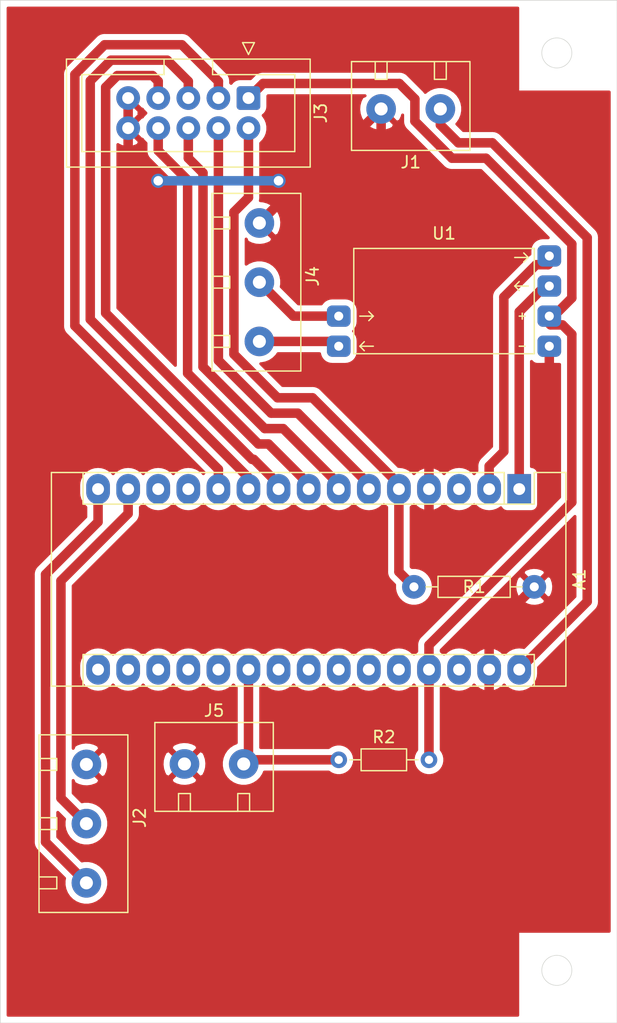
<source format=kicad_pcb>
(kicad_pcb (version 20171130) (host pcbnew 5.1.10-88a1d61d58~90~ubuntu20.04.1)

  (general
    (thickness 1.6)
    (drawings 6)
    (tracks 126)
    (zones 0)
    (modules 9)
    (nets 18)
  )

  (page A4)
  (layers
    (0 F.Cu signal)
    (31 B.Cu signal)
    (32 B.Adhes user)
    (33 F.Adhes user)
    (34 B.Paste user)
    (35 F.Paste user)
    (36 B.SilkS user)
    (37 F.SilkS user)
    (38 B.Mask user)
    (39 F.Mask user)
    (40 Dwgs.User user)
    (41 Cmts.User user)
    (42 Eco1.User user)
    (43 Eco2.User user)
    (44 Edge.Cuts user)
    (45 Margin user)
    (46 B.CrtYd user)
    (47 F.CrtYd user)
    (48 B.Fab user)
    (49 F.Fab user)
  )

  (setup
    (last_trace_width 0.8)
    (trace_clearance 0.5)
    (zone_clearance 0.508)
    (zone_45_only no)
    (trace_min 0.2)
    (via_size 1.2)
    (via_drill 0.8)
    (via_min_size 0.4)
    (via_min_drill 0.3)
    (uvia_size 0.3)
    (uvia_drill 0.1)
    (uvias_allowed no)
    (uvia_min_size 0.2)
    (uvia_min_drill 0.1)
    (edge_width 0.05)
    (segment_width 0.2)
    (pcb_text_width 0.3)
    (pcb_text_size 1.5 1.5)
    (mod_edge_width 0.12)
    (mod_text_size 1 1)
    (mod_text_width 0.15)
    (pad_size 1.524 1.524)
    (pad_drill 0.762)
    (pad_to_mask_clearance 0)
    (aux_axis_origin 0 0)
    (visible_elements FFFFFF7F)
    (pcbplotparams
      (layerselection 0x010fc_ffffffff)
      (usegerberextensions false)
      (usegerberattributes true)
      (usegerberadvancedattributes true)
      (creategerberjobfile true)
      (excludeedgelayer true)
      (linewidth 0.100000)
      (plotframeref false)
      (viasonmask false)
      (mode 1)
      (useauxorigin false)
      (hpglpennumber 1)
      (hpglpenspeed 20)
      (hpglpendiameter 15.000000)
      (psnegative false)
      (psa4output false)
      (plotreference true)
      (plotvalue true)
      (plotinvisibletext false)
      (padsonsilk false)
      (subtractmaskfromsilk false)
      (outputformat 4)
      (mirror false)
      (drillshape 1)
      (scaleselection 1)
      (outputdirectory ""))
  )

  (net 0 "")
  (net 1 +7.5V)
  (net 2 GND)
  (net 3 +5V)
  (net 4 "Net-(A1-Pad2)")
  (net 5 "Net-(A1-Pad1)")
  (net 6 "Net-(A1-Pad15)")
  (net 7 "Net-(A1-Pad14)")
  (net 8 "Net-(J4-Pad2)")
  (net 9 "Net-(J4-Pad1)")
  (net 10 D8)
  (net 11 D7)
  (net 12 D6)
  (net 13 D5)
  (net 14 D4)
  (net 15 D3)
  (net 16 D2)
  (net 17 "Net-(A1-Pad21)")

  (net_class Default "This is the default net class."
    (clearance 0.5)
    (trace_width 0.8)
    (via_dia 1.2)
    (via_drill 0.8)
    (uvia_dia 0.3)
    (uvia_drill 0.1)
    (add_net +5V)
    (add_net +7.5V)
    (add_net D2)
    (add_net D3)
    (add_net D4)
    (add_net D5)
    (add_net D6)
    (add_net D7)
    (add_net D8)
    (add_net GND)
    (add_net "Net-(A1-Pad1)")
    (add_net "Net-(A1-Pad14)")
    (add_net "Net-(A1-Pad15)")
    (add_net "Net-(A1-Pad2)")
    (add_net "Net-(A1-Pad21)")
    (add_net "Net-(J4-Pad1)")
    (add_net "Net-(J4-Pad2)")
  )

  (module "myself:Resistor, L6mm,5holes" (layer F.Cu) (tedit 604CAEDA) (tstamp 604CBB9C)
    (at 141.605 89.535 180)
    (path /604CDBD5)
    (fp_text reference R1 (at 0 0 180) (layer F.SilkS)
      (effects (font (size 1 1) (thickness 0.15)))
    )
    (fp_text value 10k (at 0 -2.54 180) (layer F.Fab)
      (effects (font (size 1 1) (thickness 0.15)))
    )
    (fp_line (start -6.096 -1.016) (end 6.096 -1.016) (layer F.CrtYd) (width 0.12))
    (fp_line (start -6.096 1.016) (end -6.096 -1.016) (layer F.CrtYd) (width 0.12))
    (fp_line (start 6.096 1.016) (end -6.096 1.016) (layer F.CrtYd) (width 0.12))
    (fp_line (start 6.096 -1.016) (end 6.096 1.016) (layer F.CrtYd) (width 0.12))
    (fp_line (start 3.048 -0.889) (end 3.048 0.889) (layer F.SilkS) (width 0.12))
    (fp_line (start -3.048 0.889) (end 3.048 0.889) (layer F.SilkS) (width 0.12))
    (fp_line (start -3.048 -0.889) (end -3.048 0.889) (layer F.SilkS) (width 0.12))
    (fp_line (start 3.048 -0.889) (end -3.048 -0.889) (layer F.SilkS) (width 0.12))
    (fp_line (start 3.048 0) (end 4.064 0) (layer F.SilkS) (width 0.12))
    (fp_line (start -3.048 0) (end -4.064 0) (layer F.SilkS) (width 0.12))
    (pad 1 thru_hole circle (at -5.08 0 180) (size 2 2) (drill 0.762) (layers *.Cu *.Mask)
      (net 2 GND))
    (pad 2 thru_hole circle (at 5.08 0 180) (size 2 2) (drill 0.762) (layers *.Cu *.Mask)
      (net 16 D2))
  )

  (module myself:MAX232 (layer F.Cu) (tedit 604A4178) (tstamp 604CBB49)
    (at 139.065 64.77 180)
    (path /6049B668)
    (fp_text reference U1 (at 0 5.08) (layer F.SilkS)
      (effects (font (size 1 1) (thickness 0.15)))
    )
    (fp_text value Max3232Board (at 0 2.54) (layer F.Fab)
      (effects (font (size 1 1) (thickness 0.15)))
    )
    (fp_line (start -10.16 5.08) (end -10.16 -6.35) (layer Dwgs.User) (width 0.12))
    (fp_line (start 10.16 5.08) (end -10.16 5.08) (layer Dwgs.User) (width 0.12))
    (fp_line (start 10.16 -6.35) (end 10.16 5.08) (layer Dwgs.User) (width 0.12))
    (fp_line (start -10.16 -6.35) (end 10.16 -6.35) (layer Dwgs.User) (width 0.12))
    (fp_line (start 7.62 3.81) (end 7.62 -5.08) (layer F.SilkS) (width 0.12))
    (fp_line (start -7.62 3.81) (end 7.62 3.81) (layer F.SilkS) (width 0.12))
    (fp_line (start -7.62 -5.08) (end -7.62 3.81) (layer F.SilkS) (width 0.12))
    (fp_line (start 7.62 -5.08) (end -7.62 -5.08) (layer F.SilkS) (width 0.12))
    (fp_line (start -5.969 3.048) (end -7.112 3.048) (layer F.SilkS) (width 0.12))
    (fp_line (start -7.112 3.048) (end -6.731 2.667) (layer F.SilkS) (width 0.12))
    (fp_line (start -7.112 3.048) (end -6.731 3.429) (layer F.SilkS) (width 0.12))
    (fp_line (start -5.969 0.635) (end -7.112 0.635) (layer F.SilkS) (width 0.12))
    (fp_line (start -6.35 1.016) (end -5.969 0.635) (layer F.SilkS) (width 0.12))
    (fp_line (start -6.35 0.254) (end -5.969 0.635) (layer F.SilkS) (width 0.12))
    (fp_line (start 7.112 -4.445) (end 5.969 -4.445) (layer F.SilkS) (width 0.12))
    (fp_line (start 6.731 -4.826) (end 7.112 -4.445) (layer F.SilkS) (width 0.12))
    (fp_line (start 6.731 -4.064) (end 7.112 -4.445) (layer F.SilkS) (width 0.12))
    (fp_line (start 5.969 -1.905) (end 6.35 -2.286) (layer F.SilkS) (width 0.12))
    (fp_line (start 5.969 -1.905) (end 6.35 -1.524) (layer F.SilkS) (width 0.12))
    (fp_line (start 7.112 -1.905) (end 5.969 -1.905) (layer F.SilkS) (width 0.12))
    (fp_line (start -6.858 -1.905) (end -6.35 -1.905) (layer F.SilkS) (width 0.12))
    (fp_line (start -6.604 -2.159) (end -6.604 -1.651) (layer F.SilkS) (width 0.12))
    (fp_line (start -6.858 -4.445) (end -6.35 -4.445) (layer F.SilkS) (width 0.12))
    (fp_text user RS232 (at 5.08 0 90) (layer Dwgs.User)
      (effects (font (size 1 1) (thickness 0.15)))
    )
    (fp_text user TTL (at -5.08 0 270) (layer Dwgs.User)
      (effects (font (size 1 1) (thickness 0.15)))
    )
    (pad 1 thru_hole roundrect (at 8.89 -4.445 180) (size 2 1.8) (drill 0.762) (layers *.Cu *.Mask) (roundrect_rratio 0.25)
      (net 9 "Net-(J4-Pad1)"))
    (pad 2 thru_hole roundrect (at -8.89 3.175 180) (size 2 1.8) (drill 0.762) (layers *.Cu *.Mask) (roundrect_rratio 0.25)
      (net 4 "Net-(A1-Pad2)"))
    (pad 3 thru_hole roundrect (at -8.89 0.635 180) (size 2 1.8) (drill 0.762) (layers *.Cu *.Mask) (roundrect_rratio 0.25)
      (net 5 "Net-(A1-Pad1)"))
    (pad 4 thru_hole roundrect (at -8.89 -1.905 180) (size 2 1.8) (drill 0.762) (layers *.Cu *.Mask) (roundrect_rratio 0.25)
      (net 3 +5V))
    (pad 5 thru_hole roundrect (at -8.89 -4.445 180) (size 2 1.8) (drill 0.762) (layers *.Cu *.Mask) (roundrect_rratio 0.25)
      (net 2 GND))
    (pad 0 thru_hole roundrect (at 8.89 -1.905 180) (size 2 1.8) (drill 0.762) (layers *.Cu *.Mask) (roundrect_rratio 0.25)
      (net 8 "Net-(J4-Pad2)"))
  )

  (module myself:IDC-Header_2x05_P2.54mm_Vertical_long_pads (layer F.Cu) (tedit 604A40D5) (tstamp 604CBA3E)
    (at 122.555 48.26 270)
    (descr "Through hole IDC box header, 2x05, 2.54mm pitch, DIN 41651 / IEC 60603-13, double rows, https://docs.google.com/spreadsheets/d/16SsEcesNF15N3Lb4niX7dcUr-NY5_MFPQhobNuNppn4/edit#gid=0")
    (tags "Through hole vertical IDC box header THT 2x05 2.54mm double row")
    (path /60488D10)
    (fp_text reference J3 (at 1.27 -6.1 270) (layer F.SilkS)
      (effects (font (size 1 1) (thickness 0.15)))
    )
    (fp_text value Conn_01x10_Female (at 1.27 16.26 270) (layer F.Fab)
      (effects (font (size 1 1) (thickness 0.15)))
    )
    (fp_line (start -3.18 -4.1) (end -2.18 -5.1) (layer F.Fab) (width 0.1))
    (fp_line (start -2.18 -5.1) (end 5.72 -5.1) (layer F.Fab) (width 0.1))
    (fp_line (start 5.72 -5.1) (end 5.72 15.26) (layer F.Fab) (width 0.1))
    (fp_line (start 5.72 15.26) (end -3.18 15.26) (layer F.Fab) (width 0.1))
    (fp_line (start -3.18 15.26) (end -3.18 -4.1) (layer F.Fab) (width 0.1))
    (fp_line (start -3.18 3.03) (end -1.98 3.03) (layer F.Fab) (width 0.1))
    (fp_line (start -1.98 3.03) (end -1.98 -3.91) (layer F.Fab) (width 0.1))
    (fp_line (start -1.98 -3.91) (end 4.52 -3.91) (layer F.Fab) (width 0.1))
    (fp_line (start 4.52 -3.91) (end 4.52 14.07) (layer F.Fab) (width 0.1))
    (fp_line (start 4.52 14.07) (end -1.98 14.07) (layer F.Fab) (width 0.1))
    (fp_line (start -1.98 14.07) (end -1.98 7.13) (layer F.Fab) (width 0.1))
    (fp_line (start -1.98 7.13) (end -1.98 7.13) (layer F.Fab) (width 0.1))
    (fp_line (start -1.98 7.13) (end -3.18 7.13) (layer F.Fab) (width 0.1))
    (fp_line (start -3.29 -5.21) (end 5.83 -5.21) (layer F.SilkS) (width 0.12))
    (fp_line (start 5.83 -5.21) (end 5.83 15.37) (layer F.SilkS) (width 0.12))
    (fp_line (start 5.83 15.37) (end -3.29 15.37) (layer F.SilkS) (width 0.12))
    (fp_line (start -3.29 15.37) (end -3.29 -5.21) (layer F.SilkS) (width 0.12))
    (fp_line (start -3.29 3.03) (end -1.98 3.03) (layer F.SilkS) (width 0.12))
    (fp_line (start -1.98 3.03) (end -1.98 -3.91) (layer F.SilkS) (width 0.12))
    (fp_line (start -1.98 -3.91) (end 4.52 -3.91) (layer F.SilkS) (width 0.12))
    (fp_line (start 4.52 -3.91) (end 4.52 14.07) (layer F.SilkS) (width 0.12))
    (fp_line (start 4.52 14.07) (end -1.98 14.07) (layer F.SilkS) (width 0.12))
    (fp_line (start -1.98 14.07) (end -1.98 7.13) (layer F.SilkS) (width 0.12))
    (fp_line (start -1.98 7.13) (end -1.98 7.13) (layer F.SilkS) (width 0.12))
    (fp_line (start -1.98 7.13) (end -3.29 7.13) (layer F.SilkS) (width 0.12))
    (fp_line (start -3.68 0) (end -4.68 -0.5) (layer F.SilkS) (width 0.12))
    (fp_line (start -4.68 -0.5) (end -4.68 0.5) (layer F.SilkS) (width 0.12))
    (fp_line (start -4.68 0.5) (end -3.68 0) (layer F.SilkS) (width 0.12))
    (fp_line (start -3.68 -5.6) (end -3.68 15.76) (layer F.CrtYd) (width 0.05))
    (fp_line (start -3.68 15.76) (end 6.22 15.76) (layer F.CrtYd) (width 0.05))
    (fp_line (start 6.22 15.76) (end 6.22 -5.6) (layer F.CrtYd) (width 0.05))
    (fp_line (start 6.22 -5.6) (end -3.68 -5.6) (layer F.CrtYd) (width 0.05))
    (fp_text user %R (at 1.27 5.08) (layer F.Fab)
      (effects (font (size 1 1) (thickness 0.15)))
    )
    (pad 1 thru_hole roundrect (at 0 0 270) (size 2 2) (drill 1) (layers *.Cu *.Mask) (roundrect_rratio 0.147)
      (net 3 +5V))
    (pad 3 thru_hole circle (at 0 2.54 270) (size 2 2) (drill 1) (layers *.Cu *.Mask)
      (net 10 D8))
    (pad 5 thru_hole circle (at 0 5.08 270) (size 2 2) (drill 1) (layers *.Cu *.Mask)
      (net 11 D7))
    (pad 7 thru_hole circle (at 0 7.62 270) (size 2 2) (drill 1) (layers *.Cu *.Mask)
      (net 12 D6))
    (pad 9 thru_hole circle (at 0 10.16 270) (size 2 2) (drill 1) (layers *.Cu *.Mask)
      (net 2 GND))
    (pad 2 thru_hole circle (at 2.54 0 270) (size 2 2) (drill 1) (layers *.Cu *.Mask)
      (net 16 D2))
    (pad 4 thru_hole circle (at 2.54 2.54 270) (size 2 2) (drill 1) (layers *.Cu *.Mask)
      (net 15 D3))
    (pad 6 thru_hole circle (at 2.54 5.08 270) (size 2 2) (drill 1) (layers *.Cu *.Mask)
      (net 14 D4))
    (pad 8 thru_hole circle (at 2.54 7.62 270) (size 2 2) (drill 1) (layers *.Cu *.Mask)
      (net 13 D5))
    (pad 10 thru_hole circle (at 2.54 10.16 270) (size 2 2) (drill 1) (layers *.Cu *.Mask)
      (net 2 GND))
    (model ${KISYS3DMOD}/Connector_IDC.3dshapes/IDC-Header_2x05_P2.54mm_Vertical.wrl
      (at (xyz 0 0 0))
      (scale (xyz 1 1 1))
      (rotate (xyz 0 0 0))
    )
  )

  (module myself:Arduino_Nano_longpad (layer F.Cu) (tedit 604A3F90) (tstamp 604CB923)
    (at 145.415 81.28 270)
    (descr "Arduino Nano, http://www.mouser.com/pdfdocs/Gravitech_Arduino_Nano3_0.pdf")
    (tags "Arduino Nano")
    (path /6047DD04)
    (fp_text reference A1 (at 7.62 -5.08 90) (layer F.SilkS)
      (effects (font (size 1 1) (thickness 0.15)))
    )
    (fp_text value Arduino_Nano_v3.x (at 8.89 19.05) (layer F.Fab)
      (effects (font (size 1 1) (thickness 0.15)))
    )
    (fp_line (start 1.27 1.27) (end 1.27 -1.27) (layer F.SilkS) (width 0.12))
    (fp_line (start 1.27 -1.27) (end -1.4 -1.27) (layer F.SilkS) (width 0.12))
    (fp_line (start -1.4 1.27) (end -1.4 39.5) (layer F.SilkS) (width 0.12))
    (fp_line (start -1.4 -3.94) (end -1.4 -1.27) (layer F.SilkS) (width 0.12))
    (fp_line (start 13.97 -1.27) (end 16.64 -1.27) (layer F.SilkS) (width 0.12))
    (fp_line (start 13.97 -1.27) (end 13.97 36.83) (layer F.SilkS) (width 0.12))
    (fp_line (start 13.97 36.83) (end 16.64 36.83) (layer F.SilkS) (width 0.12))
    (fp_line (start 1.27 1.27) (end -1.4 1.27) (layer F.SilkS) (width 0.12))
    (fp_line (start 1.27 1.27) (end 1.27 36.83) (layer F.SilkS) (width 0.12))
    (fp_line (start 1.27 36.83) (end -1.4 36.83) (layer F.SilkS) (width 0.12))
    (fp_line (start 3.81 31.75) (end 11.43 31.75) (layer F.Fab) (width 0.1))
    (fp_line (start 11.43 31.75) (end 11.43 41.91) (layer F.Fab) (width 0.1))
    (fp_line (start 11.43 41.91) (end 3.81 41.91) (layer F.Fab) (width 0.1))
    (fp_line (start 3.81 41.91) (end 3.81 31.75) (layer F.Fab) (width 0.1))
    (fp_line (start -1.4 39.5) (end 16.64 39.5) (layer F.SilkS) (width 0.12))
    (fp_line (start 16.64 39.5) (end 16.64 -3.94) (layer F.SilkS) (width 0.12))
    (fp_line (start 16.64 -3.94) (end -1.4 -3.94) (layer F.SilkS) (width 0.12))
    (fp_line (start 16.51 39.37) (end -1.27 39.37) (layer F.Fab) (width 0.1))
    (fp_line (start -1.27 39.37) (end -1.27 -2.54) (layer F.Fab) (width 0.1))
    (fp_line (start -1.27 -2.54) (end 0 -3.81) (layer F.Fab) (width 0.1))
    (fp_line (start 0 -3.81) (end 16.51 -3.81) (layer F.Fab) (width 0.1))
    (fp_line (start 16.51 -3.81) (end 16.51 39.37) (layer F.Fab) (width 0.1))
    (fp_line (start -1.53 -4.06) (end 16.75 -4.06) (layer F.CrtYd) (width 0.05))
    (fp_line (start -1.53 -4.06) (end -1.53 42.16) (layer F.CrtYd) (width 0.05))
    (fp_line (start 16.75 42.16) (end 16.75 -4.06) (layer F.CrtYd) (width 0.05))
    (fp_line (start 16.75 42.16) (end -1.53 42.16) (layer F.CrtYd) (width 0.05))
    (fp_text user %R (at 6.35 19.05) (layer F.Fab)
      (effects (font (size 1 1) (thickness 0.15)))
    )
    (pad 16 thru_hole oval (at 15.24 35.56 270) (size 2.54 2) (drill 1) (layers *.Cu *.Mask))
    (pad 15 thru_hole oval (at 0 35.56 270) (size 2.54 2) (drill 1) (layers *.Cu *.Mask)
      (net 6 "Net-(A1-Pad15)"))
    (pad 30 thru_hole oval (at 15.24 0 270) (size 2.54 2) (drill 1) (layers *.Cu *.Mask)
      (net 1 +7.5V))
    (pad 14 thru_hole oval (at 0 33.02 270) (size 2.54 2) (drill 1) (layers *.Cu *.Mask)
      (net 7 "Net-(A1-Pad14)"))
    (pad 29 thru_hole oval (at 15.24 2.54 270) (size 2.54 2) (drill 1) (layers *.Cu *.Mask)
      (net 2 GND))
    (pad 13 thru_hole oval (at 0 30.48 270) (size 2.54 2) (drill 1) (layers *.Cu *.Mask))
    (pad 28 thru_hole oval (at 15.24 5.08 270) (size 2.54 2) (drill 1) (layers *.Cu *.Mask))
    (pad 12 thru_hole oval (at 0 27.94 270) (size 2.54 2) (drill 1) (layers *.Cu *.Mask))
    (pad 27 thru_hole oval (at 15.24 7.62 270) (size 2.54 2) (drill 1) (layers *.Cu *.Mask)
      (net 3 +5V))
    (pad 11 thru_hole oval (at 0 25.4 270) (size 2.54 2) (drill 1) (layers *.Cu *.Mask)
      (net 10 D8))
    (pad 26 thru_hole oval (at 15.24 10.16 270) (size 2.54 2) (drill 1) (layers *.Cu *.Mask))
    (pad 10 thru_hole oval (at 0 22.86 270) (size 2.54 2) (drill 1) (layers *.Cu *.Mask)
      (net 11 D7))
    (pad 25 thru_hole oval (at 15.24 12.7 270) (size 2.54 2) (drill 1) (layers *.Cu *.Mask))
    (pad 9 thru_hole oval (at 0 20.32 270) (size 2.54 2) (drill 1) (layers *.Cu *.Mask)
      (net 12 D6))
    (pad 24 thru_hole oval (at 15.24 15.24 270) (size 2.54 2) (drill 1) (layers *.Cu *.Mask))
    (pad 8 thru_hole oval (at 0 17.78 270) (size 2.54 2) (drill 1) (layers *.Cu *.Mask)
      (net 13 D5))
    (pad 23 thru_hole oval (at 15.24 17.78 270) (size 2.54 2) (drill 1) (layers *.Cu *.Mask))
    (pad 7 thru_hole oval (at 0 15.24 270) (size 2.54 2) (drill 1) (layers *.Cu *.Mask)
      (net 14 D4))
    (pad 22 thru_hole oval (at 15.24 20.32 270) (size 2.54 2) (drill 1) (layers *.Cu *.Mask))
    (pad 6 thru_hole oval (at 0 12.7 270) (size 2.54 2) (drill 1) (layers *.Cu *.Mask)
      (net 15 D3))
    (pad 21 thru_hole oval (at 15.24 22.86 270) (size 2.54 2) (drill 1) (layers *.Cu *.Mask)
      (net 17 "Net-(A1-Pad21)"))
    (pad 5 thru_hole oval (at 0 10.16 270) (size 2.54 2) (drill 1) (layers *.Cu *.Mask)
      (net 16 D2))
    (pad 20 thru_hole oval (at 15.24 25.4 270) (size 2.54 2) (drill 1) (layers *.Cu *.Mask))
    (pad 4 thru_hole oval (at 0 7.62 270) (size 2.54 2) (drill 1) (layers *.Cu *.Mask)
      (net 2 GND))
    (pad 19 thru_hole oval (at 15.24 27.94 270) (size 2.54 2) (drill 1) (layers *.Cu *.Mask))
    (pad 3 thru_hole oval (at 0 5.08 270) (size 2.54 2) (drill 1) (layers *.Cu *.Mask))
    (pad 18 thru_hole oval (at 15.24 30.48 270) (size 2.54 2) (drill 1) (layers *.Cu *.Mask))
    (pad 2 thru_hole oval (at 0 2.54 270) (size 2.54 2) (drill 1) (layers *.Cu *.Mask)
      (net 4 "Net-(A1-Pad2)"))
    (pad 17 thru_hole oval (at 15.24 33.02 270) (size 2.54 2) (drill 1) (layers *.Cu *.Mask))
    (pad 1 thru_hole rect (at 0 0 270) (size 2.54 2) (drill 1) (layers *.Cu *.Mask)
      (net 5 "Net-(A1-Pad1)"))
    (model ${KISYS3DMOD}/Module.3dshapes/Arduino_Nano_WithMountingHoles.wrl
      (at (xyz 0 0 0))
      (scale (xyz 1 1 1))
      (rotate (xyz 0 0 0))
    )
  )

  (module "myself:Connector 3xPin" (layer F.Cu) (tedit 6016E9A5) (tstamp 604CB9B2)
    (at 117.475 67.31 90)
    (path /604AD6B6)
    (fp_text reference J4 (at 4 10.5 90) (layer F.SilkS)
      (effects (font (size 1 1) (thickness 0.15)))
    )
    (fp_text value Conn_01x03 (at 3.5 1 90) (layer F.Fab)
      (effects (font (size 1 1) (thickness 0.15)))
    )
    (fp_line (start 8 3.5) (end 8 2) (layer F.SilkS) (width 0.12))
    (fp_line (start 9 3.5) (end 8 3.5) (layer F.SilkS) (width 0.12))
    (fp_line (start 9 2) (end 9 3.5) (layer F.SilkS) (width 0.12))
    (fp_line (start -4 9.5) (end 11 9.5) (layer F.SilkS) (width 0.12))
    (fp_line (start -4 9.5) (end -4 2) (layer F.CrtYd) (width 0.12))
    (fp_line (start 11 2) (end 11 9.5) (layer F.CrtYd) (width 0.12))
    (fp_line (start 4 3.5) (end 4 2) (layer F.SilkS) (width 0.12))
    (fp_line (start 3 3.5) (end 4 3.5) (layer F.SilkS) (width 0.12))
    (fp_line (start 3 2) (end 3 3.5) (layer F.SilkS) (width 0.12))
    (fp_line (start -1 3.5) (end -1 2) (layer F.SilkS) (width 0.12))
    (fp_line (start -2 3.5) (end -1 3.5) (layer F.SilkS) (width 0.12))
    (fp_line (start -2 2) (end -2 3.5) (layer F.SilkS) (width 0.12))
    (fp_line (start -4 9.5) (end -4 2) (layer F.SilkS) (width 0.12))
    (fp_line (start 11 2) (end 11 9.5) (layer F.SilkS) (width 0.12))
    (fp_line (start 11 2) (end -4 2) (layer F.SilkS) (width 0.12))
    (fp_line (start 11 2) (end -4 2) (layer F.CrtYd) (width 0.12))
    (fp_line (start -4 9.5) (end 11 9.5) (layer F.CrtYd) (width 0.12))
    (pad 3 thru_hole circle (at 8.5 6 90) (size 2.5 2.5) (drill 1.1) (layers *.Cu *.Mask)
      (net 2 GND))
    (pad 2 thru_hole circle (at 3.5 6 90) (size 2.5 2.5) (drill 1.1) (layers *.Cu *.Mask)
      (net 8 "Net-(J4-Pad2)"))
    (pad 1 thru_hole circle (at -1.5 6 90) (size 2.5 2.5) (drill 1.1) (layers *.Cu *.Mask)
      (net 9 "Net-(J4-Pad1)"))
  )

  (module "myself:Connector 3xPin" (layer F.Cu) (tedit 6016E9A5) (tstamp 604CBAF6)
    (at 102.87 113.03 90)
    (path /604AE793)
    (fp_text reference J2 (at 4 10.5 90) (layer F.SilkS)
      (effects (font (size 1 1) (thickness 0.15)))
    )
    (fp_text value Conn_01x03 (at 3.5 1 90) (layer F.Fab)
      (effects (font (size 1 1) (thickness 0.15)))
    )
    (fp_line (start 8 3.5) (end 8 2) (layer F.SilkS) (width 0.12))
    (fp_line (start 9 3.5) (end 8 3.5) (layer F.SilkS) (width 0.12))
    (fp_line (start 9 2) (end 9 3.5) (layer F.SilkS) (width 0.12))
    (fp_line (start -4 9.5) (end 11 9.5) (layer F.SilkS) (width 0.12))
    (fp_line (start -4 9.5) (end -4 2) (layer F.CrtYd) (width 0.12))
    (fp_line (start 11 2) (end 11 9.5) (layer F.CrtYd) (width 0.12))
    (fp_line (start 4 3.5) (end 4 2) (layer F.SilkS) (width 0.12))
    (fp_line (start 3 3.5) (end 4 3.5) (layer F.SilkS) (width 0.12))
    (fp_line (start 3 2) (end 3 3.5) (layer F.SilkS) (width 0.12))
    (fp_line (start -1 3.5) (end -1 2) (layer F.SilkS) (width 0.12))
    (fp_line (start -2 3.5) (end -1 3.5) (layer F.SilkS) (width 0.12))
    (fp_line (start -2 2) (end -2 3.5) (layer F.SilkS) (width 0.12))
    (fp_line (start -4 9.5) (end -4 2) (layer F.SilkS) (width 0.12))
    (fp_line (start 11 2) (end 11 9.5) (layer F.SilkS) (width 0.12))
    (fp_line (start 11 2) (end -4 2) (layer F.SilkS) (width 0.12))
    (fp_line (start 11 2) (end -4 2) (layer F.CrtYd) (width 0.12))
    (fp_line (start -4 9.5) (end 11 9.5) (layer F.CrtYd) (width 0.12))
    (pad 3 thru_hole circle (at 8.5 6 90) (size 2.5 2.5) (drill 1.1) (layers *.Cu *.Mask)
      (net 2 GND))
    (pad 2 thru_hole circle (at 3.5 6 90) (size 2.5 2.5) (drill 1.1) (layers *.Cu *.Mask)
      (net 7 "Net-(A1-Pad14)"))
    (pad 1 thru_hole circle (at -1.5 6 90) (size 2.5 2.5) (drill 1.1) (layers *.Cu *.Mask)
      (net 6 "Net-(A1-Pad15)"))
  )

  (module "myself:Connector 2xPin" (layer F.Cu) (tedit 6016E913) (tstamp 604CBBF5)
    (at 135.255 43.18)
    (path /604AFEE8)
    (fp_text reference J1 (at 1 10.5) (layer F.SilkS)
      (effects (font (size 1 1) (thickness 0.15)))
    )
    (fp_text value Conn_01x02 (at 1 1) (layer F.Fab)
      (effects (font (size 1 1) (thickness 0.15)))
    )
    (fp_line (start -4 2) (end 6 2) (layer F.SilkS) (width 0.12))
    (fp_line (start 6 2) (end 6 9.5) (layer F.SilkS) (width 0.12))
    (fp_line (start 6 9.5) (end -4 9.5) (layer F.SilkS) (width 0.12))
    (fp_line (start -4 9.5) (end -4 2) (layer F.SilkS) (width 0.12))
    (fp_line (start -2 2) (end -2 3.5) (layer F.SilkS) (width 0.12))
    (fp_line (start -2 3.5) (end -1 3.5) (layer F.SilkS) (width 0.12))
    (fp_line (start -1 3.5) (end -1 2) (layer F.SilkS) (width 0.12))
    (fp_line (start -1 2) (end 3 2) (layer F.SilkS) (width 0.12))
    (fp_line (start 3 2) (end 3 3.5) (layer F.SilkS) (width 0.12))
    (fp_line (start 3 3.5) (end 4 3.5) (layer F.SilkS) (width 0.12))
    (fp_line (start 4 3.5) (end 4 2) (layer F.SilkS) (width 0.12))
    (fp_line (start -4 2) (end 6 2) (layer F.CrtYd) (width 0.12))
    (fp_line (start 6 2) (end 6 9.5) (layer F.CrtYd) (width 0.12))
    (fp_line (start 6 9.5) (end -4 9.5) (layer F.CrtYd) (width 0.12))
    (fp_line (start -4 9.5) (end -4 2) (layer F.CrtYd) (width 0.12))
    (pad 2 thru_hole circle (at 3.5 6) (size 2.5 2.5) (drill 1.1) (layers *.Cu *.Mask)
      (net 1 +7.5V))
    (pad 1 thru_hole circle (at -1.5 6) (size 2.5 2.5) (drill 1.1) (layers *.Cu *.Mask)
      (net 2 GND))
  )

  (module "myself:Connector 2xPin" (layer F.Cu) (tedit 6016E913) (tstamp 611E79E2)
    (at 120.65 110.49 180)
    (path /611E523A)
    (fp_text reference J5 (at 1 10.5) (layer F.SilkS)
      (effects (font (size 1 1) (thickness 0.15)))
    )
    (fp_text value Conn_01x02 (at 1 1) (layer F.Fab)
      (effects (font (size 1 1) (thickness 0.15)))
    )
    (fp_line (start -4 9.5) (end -4 2) (layer F.CrtYd) (width 0.12))
    (fp_line (start 6 9.5) (end -4 9.5) (layer F.CrtYd) (width 0.12))
    (fp_line (start 6 2) (end 6 9.5) (layer F.CrtYd) (width 0.12))
    (fp_line (start -4 2) (end 6 2) (layer F.CrtYd) (width 0.12))
    (fp_line (start 4 3.5) (end 4 2) (layer F.SilkS) (width 0.12))
    (fp_line (start 3 3.5) (end 4 3.5) (layer F.SilkS) (width 0.12))
    (fp_line (start 3 2) (end 3 3.5) (layer F.SilkS) (width 0.12))
    (fp_line (start -1 2) (end 3 2) (layer F.SilkS) (width 0.12))
    (fp_line (start -1 3.5) (end -1 2) (layer F.SilkS) (width 0.12))
    (fp_line (start -2 3.5) (end -1 3.5) (layer F.SilkS) (width 0.12))
    (fp_line (start -2 2) (end -2 3.5) (layer F.SilkS) (width 0.12))
    (fp_line (start -4 9.5) (end -4 2) (layer F.SilkS) (width 0.12))
    (fp_line (start 6 9.5) (end -4 9.5) (layer F.SilkS) (width 0.12))
    (fp_line (start 6 2) (end 6 9.5) (layer F.SilkS) (width 0.12))
    (fp_line (start -4 2) (end 6 2) (layer F.SilkS) (width 0.12))
    (pad 1 thru_hole circle (at -1.5 6 180) (size 2.5 2.5) (drill 1.1) (layers *.Cu *.Mask)
      (net 17 "Net-(A1-Pad21)"))
    (pad 2 thru_hole circle (at 3.5 6 180) (size 2.5 2.5) (drill 1.1) (layers *.Cu *.Mask)
      (net 2 GND))
  )

  (module Resistor_THT:R_Axial_DIN0204_L3.6mm_D1.6mm_P7.62mm_Horizontal (layer F.Cu) (tedit 5AE5139B) (tstamp 611E7CA4)
    (at 130.175 104.14)
    (descr "Resistor, Axial_DIN0204 series, Axial, Horizontal, pin pitch=7.62mm, 0.167W, length*diameter=3.6*1.6mm^2, http://cdn-reichelt.de/documents/datenblatt/B400/1_4W%23YAG.pdf")
    (tags "Resistor Axial_DIN0204 series Axial Horizontal pin pitch 7.62mm 0.167W length 3.6mm diameter 1.6mm")
    (path /611EB757)
    (fp_text reference R2 (at 3.81 -1.92) (layer F.SilkS)
      (effects (font (size 1 1) (thickness 0.15)))
    )
    (fp_text value R (at 3.81 1.92) (layer F.Fab)
      (effects (font (size 1 1) (thickness 0.15)))
    )
    (fp_line (start 8.57 -1.05) (end -0.95 -1.05) (layer F.CrtYd) (width 0.05))
    (fp_line (start 8.57 1.05) (end 8.57 -1.05) (layer F.CrtYd) (width 0.05))
    (fp_line (start -0.95 1.05) (end 8.57 1.05) (layer F.CrtYd) (width 0.05))
    (fp_line (start -0.95 -1.05) (end -0.95 1.05) (layer F.CrtYd) (width 0.05))
    (fp_line (start 6.68 0) (end 5.73 0) (layer F.SilkS) (width 0.12))
    (fp_line (start 0.94 0) (end 1.89 0) (layer F.SilkS) (width 0.12))
    (fp_line (start 5.73 -0.92) (end 1.89 -0.92) (layer F.SilkS) (width 0.12))
    (fp_line (start 5.73 0.92) (end 5.73 -0.92) (layer F.SilkS) (width 0.12))
    (fp_line (start 1.89 0.92) (end 5.73 0.92) (layer F.SilkS) (width 0.12))
    (fp_line (start 1.89 -0.92) (end 1.89 0.92) (layer F.SilkS) (width 0.12))
    (fp_line (start 7.62 0) (end 5.61 0) (layer F.Fab) (width 0.1))
    (fp_line (start 0 0) (end 2.01 0) (layer F.Fab) (width 0.1))
    (fp_line (start 5.61 -0.8) (end 2.01 -0.8) (layer F.Fab) (width 0.1))
    (fp_line (start 5.61 0.8) (end 5.61 -0.8) (layer F.Fab) (width 0.1))
    (fp_line (start 2.01 0.8) (end 5.61 0.8) (layer F.Fab) (width 0.1))
    (fp_line (start 2.01 -0.8) (end 2.01 0.8) (layer F.Fab) (width 0.1))
    (fp_text user %R (at 3.81 0) (layer F.Fab)
      (effects (font (size 0.72 0.72) (thickness 0.108)))
    )
    (pad 1 thru_hole circle (at 0 0) (size 1.4 1.4) (drill 0.7) (layers *.Cu *.Mask)
      (net 17 "Net-(A1-Pad21)"))
    (pad 2 thru_hole oval (at 7.62 0) (size 1.4 1.4) (drill 0.7) (layers *.Cu *.Mask)
      (net 3 +5V))
    (model ${KISYS3DMOD}/Resistor_THT.3dshapes/R_Axial_DIN0204_L3.6mm_D1.6mm_P7.62mm_Horizontal.wrl
      (at (xyz 0 0 0))
      (scale (xyz 1 1 1))
      (rotate (xyz 0 0 0))
    )
  )

  (gr_circle (center 148.59 121.92) (end 148.59 123.19) (layer Edge.Cuts) (width 0.05))
  (gr_circle (center 148.59 44.45) (end 148.59 45.72) (layer Edge.Cuts) (width 0.05) (tstamp 604CBBDF))
  (gr_line (start 101.6 40.005) (end 153.67 40.005) (layer Edge.Cuts) (width 0.05) (tstamp 604AB4CB))
  (gr_line (start 101.6 126.365) (end 101.6 40.005) (layer Edge.Cuts) (width 0.05))
  (gr_line (start 153.67 126.365) (end 101.6 126.365) (layer Edge.Cuts) (width 0.05))
  (gr_line (start 153.67 40.005) (end 153.67 126.365) (layer Edge.Cuts) (width 0.05))

  (segment (start 138.755 49.18) (end 138.755 50.523512) (width 0.8) (layer F.Cu) (net 1) (tstamp 604CBA0E) (status 10))
  (segment (start 138.755 50.523512) (end 140.271478 52.03999) (width 0.8) (layer F.Cu) (net 1) (tstamp 604CBC36))
  (segment (start 143.147685 52.03999) (end 145.415 54.307306) (width 0.8) (layer F.Cu) (net 1) (tstamp 604CB8CA))
  (segment (start 140.271478 52.03999) (end 143.147685 52.03999) (width 0.8) (layer F.Cu) (net 1) (tstamp 604CBC24))
  (segment (start 151.15502 90.77998) (end 145.415 96.52) (width 0.8) (layer F.Cu) (net 1) (status 20))
  (segment (start 151.15502 60.047325) (end 151.15502 90.77998) (width 0.8) (layer F.Cu) (net 1))
  (segment (start 145.415 54.307306) (end 151.15502 60.047325) (width 0.8) (layer F.Cu) (net 1))
  (segment (start 112.395 50.8) (end 112.395 48.26) (width 0.8) (layer F.Cu) (net 2) (tstamp 604CB8BB) (status 30))
  (via (at 114.935 55.245) (size 1.2) (drill 0.8) (layers F.Cu B.Cu) (net 2) (tstamp 604CB9E4))
  (segment (start 112.395 52.705) (end 114.935 55.245) (width 0.8) (layer F.Cu) (net 2) (tstamp 604CB89D))
  (segment (start 112.395 50.8) (end 112.395 52.705) (width 0.8) (layer F.Cu) (net 2) (tstamp 604CBAC8) (status 10))
  (via (at 125.095 55.245) (size 1.2) (drill 0.8) (layers F.Cu B.Cu) (net 2) (tstamp 604CBBC4))
  (segment (start 114.935 55.245) (end 125.095 55.245) (width 0.8) (layer B.Cu) (net 2) (tstamp 604CBC42))
  (segment (start 125.095 57.19) (end 123.475 58.81) (width 0.8) (layer F.Cu) (net 2) (tstamp 604CB8A9) (status 20))
  (segment (start 125.095 55.245) (end 125.095 57.19) (width 0.8) (layer F.Cu) (net 2) (tstamp 604CB8D0))
  (segment (start 127.69 55.245) (end 133.755 49.18) (width 0.8) (layer F.Cu) (net 2) (tstamp 604CBBC1) (status 20))
  (segment (start 125.095 55.245) (end 127.69 55.245) (width 0.8) (layer F.Cu) (net 2) (tstamp 604CBC48))
  (segment (start 142.875 93.345) (end 142.875 96.52) (width 0.8) (layer F.Cu) (net 2) (status 20))
  (segment (start 146.685 89.535) (end 142.875 93.345) (width 0.8) (layer F.Cu) (net 2) (status 10))
  (segment (start 142.875 98.59) (end 142.875 96.52) (width 0.8) (layer F.Cu) (net 2) (status 20))
  (segment (start 137.795 84.455) (end 137.795 81.28) (width 0.8) (layer F.Cu) (net 2) (status 20))
  (segment (start 142.771511 87.634999) (end 140.974999 87.634999) (width 0.8) (layer F.Cu) (net 2))
  (segment (start 140.974999 87.634999) (end 137.795 84.455) (width 0.8) (layer F.Cu) (net 2))
  (segment (start 147.955 82.45151) (end 142.771511 87.634999) (width 0.8) (layer F.Cu) (net 2))
  (segment (start 147.955 69.215) (end 147.955 82.45151) (width 0.8) (layer F.Cu) (net 2) (status 10))
  (segment (start 133.755 49.18) (end 133.755 58.825) (width 0.8) (layer F.Cu) (net 2) (status 10))
  (segment (start 137.795 62.865) (end 137.795 81.28) (width 0.8) (layer F.Cu) (net 2) (status 20))
  (segment (start 133.755 58.825) (end 137.795 62.865) (width 0.8) (layer F.Cu) (net 2))
  (segment (start 136.604999 50.212001) (end 139.732998 53.34) (width 0.8) (layer F.Cu) (net 3) (tstamp 604CB9ED))
  (segment (start 136.604999 48.339999) (end 136.604999 50.212001) (width 0.8) (layer F.Cu) (net 3) (tstamp 604CBAAD))
  (segment (start 135.294999 47.029999) (end 136.604999 48.339999) (width 0.8) (layer F.Cu) (net 3) (tstamp 604CBACE))
  (segment (start 123.785001 47.029999) (end 135.294999 47.029999) (width 0.8) (layer F.Cu) (net 3) (tstamp 604CB89A))
  (segment (start 122.555 48.26) (end 123.785001 47.029999) (width 0.8) (layer F.Cu) (net 3) (tstamp 604CBAAA) (status 10))
  (segment (start 148.324204 66.675) (end 147.955 66.675) (width 0.8) (layer F.Cu) (net 3) (tstamp 604CB9FF) (status 30))
  (segment (start 149.85501 65.144194) (end 148.324204 66.675) (width 0.8) (layer F.Cu) (net 3) (tstamp 604CB897) (status 20))
  (segment (start 149.85501 60.585806) (end 149.85501 65.144194) (width 0.8) (layer F.Cu) (net 3) (tstamp 604CBBC7))
  (segment (start 142.609204 53.34) (end 149.85501 60.585806) (width 0.8) (layer F.Cu) (net 3) (tstamp 604CB8A3))
  (segment (start 139.732998 53.34) (end 142.609204 53.34) (width 0.8) (layer F.Cu) (net 3) (tstamp 604CBAA7))
  (segment (start 137.795 94.45) (end 137.795 96.52) (width 0.8) (layer F.Cu) (net 3) (tstamp 604CBC4B) (status 20))
  (segment (start 149.85501 82.38999) (end 137.795 94.45) (width 0.8) (layer F.Cu) (net 3) (tstamp 604CBAA1))
  (segment (start 149.85501 68.205806) (end 149.85501 82.38999) (width 0.8) (layer F.Cu) (net 3) (tstamp 604CBAB6))
  (segment (start 149.064194 67.41499) (end 149.85501 68.205806) (width 0.8) (layer F.Cu) (net 3) (tstamp 604CBAD4))
  (segment (start 148.05999 67.41499) (end 149.064194 67.41499) (width 0.8) (layer F.Cu) (net 3) (tstamp 604CB8A6) (status 10))
  (segment (start 147.955 67.31) (end 148.05999 67.41499) (width 0.8) (layer F.Cu) (net 3) (tstamp 604CB8D6) (status 30))
  (segment (start 147.955 66.675) (end 147.955 67.31) (width 0.8) (layer F.Cu) (net 3) (tstamp 604CB8D3) (status 30))
  (segment (start 137.795 104.14) (end 137.795 96.52) (width 0.8) (layer F.Cu) (net 3))
  (segment (start 142.875 79.34499) (end 142.875 81.28) (width 0.8) (layer F.Cu) (net 4) (tstamp 604CB88B) (status 20))
  (segment (start 144.11499 78.105) (end 142.875 79.34499) (width 0.8) (layer F.Cu) (net 4) (tstamp 604CB8B8))
  (segment (start 146.845806 62.33499) (end 144.11499 65.065806) (width 0.8) (layer F.Cu) (net 4) (tstamp 604CBC51))
  (segment (start 144.11499 65.065806) (end 144.11499 78.105) (width 0.8) (layer F.Cu) (net 4) (tstamp 604CB8CD))
  (segment (start 147.955 62.23) (end 147.85001 62.33499) (width 0.8) (layer F.Cu) (net 4) (tstamp 604CB8C4) (status 30))
  (segment (start 147.85001 62.33499) (end 146.845806 62.33499) (width 0.8) (layer F.Cu) (net 4) (tstamp 604CBADD) (status 10))
  (segment (start 147.955 61.595) (end 147.955 62.23) (width 0.8) (layer F.Cu) (net 4) (tstamp 604CB8E2) (status 30))
  (segment (start 147.585796 64.135) (end 147.955 64.135) (width 0.8) (layer F.Cu) (net 5) (tstamp 604CB8BE) (status 30))
  (segment (start 145.415 66.305796) (end 147.585796 64.135) (width 0.8) (layer F.Cu) (net 5) (tstamp 604CB8DF) (status 20))
  (segment (start 145.415 81.28) (end 145.415 66.305796) (width 0.8) (layer F.Cu) (net 5) (tstamp 604CBAD1) (status 10))
  (segment (start 109.855 81.28) (end 109.855 84.05151) (width 0.8) (layer F.Cu) (net 6) (status 10))
  (segment (start 105.419989 111.079989) (end 108.87 114.53) (width 0.8) (layer F.Cu) (net 6) (status 20))
  (segment (start 105.419989 88.48652) (end 105.419989 111.079989) (width 0.8) (layer F.Cu) (net 6))
  (segment (start 109.855 84.05151) (end 105.419989 88.48652) (width 0.8) (layer F.Cu) (net 6))
  (segment (start 112.395 83.35) (end 112.395 81.28) (width 0.8) (layer F.Cu) (net 7) (status 20))
  (segment (start 106.719999 89.025001) (end 112.395 83.35) (width 0.8) (layer F.Cu) (net 7))
  (segment (start 106.719999 107.379999) (end 106.719999 89.025001) (width 0.8) (layer F.Cu) (net 7))
  (segment (start 108.87 109.53) (end 106.719999 107.379999) (width 0.8) (layer F.Cu) (net 7) (status 10))
  (segment (start 126.34 66.675) (end 123.475 63.81) (width 0.8) (layer F.Cu) (net 8) (tstamp 604CB8DC) (status 20))
  (segment (start 130.175 66.675) (end 126.34 66.675) (width 0.8) (layer F.Cu) (net 8) (tstamp 604CBBBE) (status 10))
  (segment (start 129.77 68.81) (end 130.175 69.215) (width 0.8) (layer F.Cu) (net 9) (tstamp 604CBBDC) (status 30))
  (segment (start 123.475 68.81) (end 129.77 68.81) (width 0.8) (layer F.Cu) (net 9) (tstamp 604CBC39) (status 30))
  (segment (start 107.894979 46.271037) (end 107.894979 67.490923) (width 0.8) (layer F.Cu) (net 10) (tstamp 604CB8C1))
  (segment (start 120.015 79.610942) (end 120.015 81.28) (width 0.8) (layer F.Cu) (net 10) (tstamp 604CBC21) (status 20))
  (segment (start 110.406037 43.759979) (end 107.894979 46.271037) (width 0.8) (layer F.Cu) (net 10) (tstamp 604CBBBB))
  (segment (start 116.929192 43.759979) (end 110.406037 43.759979) (width 0.8) (layer F.Cu) (net 10) (tstamp 604CBA05))
  (segment (start 107.894979 67.490923) (end 120.015 79.610942) (width 0.8) (layer F.Cu) (net 10) (tstamp 604CBA08))
  (segment (start 120.015 46.845787) (end 116.929192 43.759979) (width 0.8) (layer F.Cu) (net 10) (tstamp 604CB9F3))
  (segment (start 120.015 48.26) (end 120.015 46.845787) (width 0.8) (layer F.Cu) (net 10) (tstamp 604CBAA4) (status 10))
  (segment (start 122.555 80.312452) (end 122.555 81.28) (width 0.8) (layer F.Cu) (net 11) (tstamp 604CB8A0) (status 30))
  (segment (start 109.194989 66.952442) (end 122.555 80.312452) (width 0.8) (layer F.Cu) (net 11) (tstamp 604CB8B5) (status 20))
  (segment (start 109.194989 46.809518) (end 109.194989 66.952442) (width 0.8) (layer F.Cu) (net 11) (tstamp 604CB882))
  (segment (start 110.944518 45.059989) (end 109.194989 46.809518) (width 0.8) (layer F.Cu) (net 11) (tstamp 604CB9E1))
  (segment (start 115.689202 45.059989) (end 110.944518 45.059989) (width 0.8) (layer F.Cu) (net 11) (tstamp 604CBABF))
  (segment (start 117.475 46.845787) (end 115.689202 45.059989) (width 0.8) (layer F.Cu) (net 11) (tstamp 604CBAC5))
  (segment (start 117.475 48.26) (end 117.475 46.845787) (width 0.8) (layer F.Cu) (net 11) (tstamp 604CBAC2) (status 10))
  (segment (start 125.095 80.862981) (end 125.095 81.28) (width 0.8) (layer F.Cu) (net 12) (tstamp 604CBAD7) (status 30))
  (segment (start 123.002027 78.770008) (end 125.095 80.862981) (width 0.8) (layer F.Cu) (net 12) (tstamp 604CB888) (status 20))
  (segment (start 122.851046 78.770008) (end 123.002027 78.770008) (width 0.8) (layer F.Cu) (net 12) (tstamp 604CBBD0))
  (segment (start 111.482999 46.359999) (end 110.494999 47.347999) (width 0.8) (layer F.Cu) (net 12) (tstamp 604CBBCD))
  (segment (start 114.449212 46.359999) (end 111.482999 46.359999) (width 0.8) (layer F.Cu) (net 12) (tstamp 604CBBCA))
  (segment (start 110.494999 66.413961) (end 122.851046 78.770008) (width 0.8) (layer F.Cu) (net 12) (tstamp 604CBC30))
  (segment (start 114.935 46.845787) (end 114.449212 46.359999) (width 0.8) (layer F.Cu) (net 12) (tstamp 604CBC2D))
  (segment (start 110.494999 47.347999) (end 110.494999 66.413961) (width 0.8) (layer F.Cu) (net 12) (tstamp 604CBC2A))
  (segment (start 114.935 48.26) (end 114.935 46.845787) (width 0.8) (layer F.Cu) (net 12) (tstamp 604CBC1E) (status 10))
  (segment (start 117.41498 55.18498) (end 117.41498 71.495452) (width 0.8) (layer F.Cu) (net 13) (tstamp 604CBAB9))
  (segment (start 114.935 52.705) (end 117.41498 55.18498) (width 0.8) (layer F.Cu) (net 13) (tstamp 604CBAB3))
  (segment (start 114.935 50.8) (end 114.935 52.705) (width 0.8) (layer F.Cu) (net 13) (tstamp 604CBAB0) (status 10))
  (segment (start 117.41498 71.495452) (end 123.389528 77.47) (width 0.8) (layer F.Cu) (net 13) (tstamp 604CBA9E))
  (segment (start 127.635 80.862981) (end 127.635 81.28) (width 0.8) (layer F.Cu) (net 13) (tstamp 604CBA02) (status 30))
  (segment (start 124.242019 77.47) (end 127.635 80.862981) (width 0.8) (layer F.Cu) (net 13) (tstamp 604CB8AC) (status 20))
  (segment (start 123.389528 77.47) (end 124.242019 77.47) (width 0.8) (layer F.Cu) (net 13) (tstamp 604CBACB))
  (segment (start 130.175 80.862981) (end 130.175 81.28) (width 0.8) (layer F.Cu) (net 14) (tstamp 604CB8D9) (status 30))
  (segment (start 125.482009 76.16999) (end 130.175 80.862981) (width 0.8) (layer F.Cu) (net 14) (tstamp 604CB8C7) (status 20))
  (segment (start 123.928008 76.16999) (end 125.482009 76.16999) (width 0.8) (layer F.Cu) (net 14) (tstamp 604CBC4E))
  (segment (start 120.14802 72.39) (end 123.928008 76.16999) (width 0.8) (layer F.Cu) (net 14) (tstamp 604CB9EA))
  (segment (start 118.71499 70.956971) (end 120.14802 72.39) (width 0.8) (layer F.Cu) (net 14) (tstamp 604CB9E7))
  (segment (start 118.71499 54.57999) (end 118.71499 70.956971) (width 0.8) (layer F.Cu) (net 14) (tstamp 604CBBD9))
  (segment (start 117.475 53.34) (end 118.71499 54.57999) (width 0.8) (layer F.Cu) (net 14) (tstamp 604CBBD6))
  (segment (start 117.475 50.8) (end 117.475 53.34) (width 0.8) (layer F.Cu) (net 14) (tstamp 604CBC27) (status 10))
  (segment (start 132.715 80.400224) (end 132.715 81.28) (width 0.5) (layer F.Cu) (net 15) (tstamp 604CBB25) (status 30))
  (segment (start 132.715 80.862981) (end 132.715 81.28) (width 0.8) (layer F.Cu) (net 15) (tstamp 604CBC3F) (status 30))
  (segment (start 126.721999 74.86998) (end 132.715 80.862981) (width 0.8) (layer F.Cu) (net 15) (tstamp 604CBBD3) (status 20))
  (segment (start 120.015 70.41849) (end 124.466489 74.86998) (width 0.8) (layer F.Cu) (net 15) (tstamp 604CB88E))
  (segment (start 124.466489 74.86998) (end 126.721999 74.86998) (width 0.8) (layer F.Cu) (net 15) (tstamp 604CB885))
  (segment (start 120.015 50.8) (end 120.015 70.41849) (width 0.8) (layer F.Cu) (net 15) (tstamp 604CB8B2) (status 10))
  (segment (start 135.009002 81.28) (end 135.255 81.28) (width 0.5) (layer F.Cu) (net 16) (tstamp 604CBC45) (status 30))
  (segment (start 135.255 80.862981) (end 135.255 81.28) (width 0.8) (layer F.Cu) (net 16) (tstamp 604CB8AF) (status 30))
  (segment (start 121.324999 69.889999) (end 125.004969 73.56997) (width 0.8) (layer F.Cu) (net 16) (tstamp 604CB894))
  (segment (start 127.961989 73.56997) (end 135.255 80.862981) (width 0.8) (layer F.Cu) (net 16) (tstamp 604CB891) (status 20))
  (segment (start 125.004969 73.56997) (end 127.961989 73.56997) (width 0.8) (layer F.Cu) (net 16) (tstamp 604CB9FC))
  (segment (start 121.324999 57.89) (end 121.324999 69.889999) (width 0.8) (layer F.Cu) (net 16) (tstamp 604CB9F9))
  (segment (start 122.555 56.659999) (end 121.324999 57.89) (width 0.8) (layer F.Cu) (net 16) (tstamp 604CB9F6))
  (segment (start 122.555 50.8) (end 122.555 56.659999) (width 0.8) (layer F.Cu) (net 16) (tstamp 604CB8E5) (status 10))
  (segment (start 135.255 88.265) (end 136.525 89.535) (width 0.8) (layer F.Cu) (net 16) (status 20))
  (segment (start 135.255 81.28) (end 135.255 88.265) (width 0.8) (layer F.Cu) (net 16) (status 10))
  (segment (start 122.5 104.14) (end 122.15 104.49) (width 0.8) (layer F.Cu) (net 17))
  (segment (start 130.175 104.14) (end 122.5 104.14) (width 0.8) (layer F.Cu) (net 17))
  (segment (start 122.555 104.085) (end 122.15 104.49) (width 0.8) (layer F.Cu) (net 17))
  (segment (start 122.555 96.52) (end 122.555 104.085) (width 0.8) (layer F.Cu) (net 17))

  (zone (net 0) (net_name "") (layer F.Cu) (tstamp 0) (hatch edge 0.508)
    (connect_pads (clearance 0.508))
    (min_thickness 0.254)
    (keepout (tracks not_allowed) (vias not_allowed) (copperpour not_allowed))
    (fill (arc_segments 32) (thermal_gap 0.508) (thermal_bridge_width 0.508))
    (polygon
      (pts
        (xy 153.67 47.625) (xy 145.415 47.625) (xy 145.415 40.005) (xy 153.67 40.005)
      )
    )
  )
  (zone (net 0) (net_name "") (layer F.Cu) (tstamp 0) (hatch edge 0.508)
    (connect_pads (clearance 0.508))
    (min_thickness 0.254)
    (keepout (tracks not_allowed) (vias not_allowed) (copperpour not_allowed))
    (fill (arc_segments 32) (thermal_gap 0.508) (thermal_bridge_width 0.508))
    (polygon
      (pts
        (xy 153.67 126.365) (xy 145.415 126.365) (xy 145.415 118.745) (xy 153.67 118.745)
      )
    )
  )
  (zone (net 2) (net_name GND) (layer F.Cu) (tstamp 0) (hatch edge 0.508)
    (connect_pads (clearance 0.508))
    (min_thickness 0.254)
    (fill yes (arc_segments 32) (thermal_gap 0.508) (thermal_bridge_width 0.508))
    (polygon
      (pts
        (xy 153.67 126.365) (xy 101.6 126.365) (xy 101.6 40.005) (xy 153.67 40.005)
      )
    )
    (filled_polygon
      (pts
        (xy 145.288 47.625) (xy 145.29044 47.649776) (xy 145.297667 47.673601) (xy 145.309403 47.695557) (xy 145.325197 47.714803)
        (xy 145.344443 47.730597) (xy 145.366399 47.742333) (xy 145.390224 47.74956) (xy 145.415 47.752) (xy 153.01 47.752)
        (xy 153.010001 118.618) (xy 145.415 118.618) (xy 145.390224 118.62044) (xy 145.366399 118.627667) (xy 145.344443 118.639403)
        (xy 145.325197 118.655197) (xy 145.309403 118.674443) (xy 145.297667 118.696399) (xy 145.29044 118.720224) (xy 145.288 118.745)
        (xy 145.288 125.705) (xy 102.26 125.705) (xy 102.26 88.48652) (xy 104.379983 88.48652) (xy 104.384989 88.537348)
        (xy 104.38499 111.029151) (xy 104.379983 111.079989) (xy 104.399966 111.282884) (xy 104.459149 111.477982) (xy 104.555255 111.657786)
        (xy 104.652186 111.775896) (xy 104.684594 111.815385) (xy 104.724081 111.847791) (xy 107.024094 114.147805) (xy 106.985 114.344344)
        (xy 106.985 114.715656) (xy 107.057439 115.079834) (xy 107.199534 115.422882) (xy 107.405825 115.731618) (xy 107.668382 115.994175)
        (xy 107.977118 116.200466) (xy 108.320166 116.342561) (xy 108.684344 116.415) (xy 109.055656 116.415) (xy 109.419834 116.342561)
        (xy 109.762882 116.200466) (xy 110.071618 115.994175) (xy 110.334175 115.731618) (xy 110.540466 115.422882) (xy 110.682561 115.079834)
        (xy 110.755 114.715656) (xy 110.755 114.344344) (xy 110.682561 113.980166) (xy 110.540466 113.637118) (xy 110.334175 113.328382)
        (xy 110.071618 113.065825) (xy 109.762882 112.859534) (xy 109.419834 112.717439) (xy 109.055656 112.645) (xy 108.684344 112.645)
        (xy 108.487805 112.684094) (xy 106.454989 110.651279) (xy 106.454989 108.578699) (xy 107.024094 109.147804) (xy 106.985 109.344344)
        (xy 106.985 109.715656) (xy 107.057439 110.079834) (xy 107.199534 110.422882) (xy 107.405825 110.731618) (xy 107.668382 110.994175)
        (xy 107.977118 111.200466) (xy 108.320166 111.342561) (xy 108.684344 111.415) (xy 109.055656 111.415) (xy 109.419834 111.342561)
        (xy 109.762882 111.200466) (xy 110.071618 110.994175) (xy 110.334175 110.731618) (xy 110.540466 110.422882) (xy 110.682561 110.079834)
        (xy 110.755 109.715656) (xy 110.755 109.344344) (xy 110.682561 108.980166) (xy 110.540466 108.637118) (xy 110.334175 108.328382)
        (xy 110.071618 108.065825) (xy 109.762882 107.859534) (xy 109.419834 107.717439) (xy 109.055656 107.645) (xy 108.684344 107.645)
        (xy 108.487804 107.684094) (xy 107.754999 106.951289) (xy 107.754999 105.887358) (xy 107.861914 106.133577) (xy 108.194126 106.299433)
        (xy 108.552312 106.39729) (xy 108.922706 106.423389) (xy 109.291075 106.376725) (xy 109.643262 106.259094) (xy 109.878086 106.133577)
        (xy 110.004 105.843605) (xy 109.964 105.803605) (xy 116.016 105.803605) (xy 116.141914 106.093577) (xy 116.474126 106.259433)
        (xy 116.832312 106.35729) (xy 117.202706 106.383389) (xy 117.571075 106.336725) (xy 117.923262 106.219094) (xy 118.158086 106.093577)
        (xy 118.284 105.803605) (xy 117.15 104.669605) (xy 116.016 105.803605) (xy 109.964 105.803605) (xy 108.87 104.709605)
        (xy 108.855858 104.723748) (xy 108.676253 104.544143) (xy 108.690395 104.53) (xy 109.049605 104.53) (xy 110.183605 105.664)
        (xy 110.473577 105.538086) (xy 110.639433 105.205874) (xy 110.73729 104.847688) (xy 110.758779 104.542706) (xy 115.256611 104.542706)
        (xy 115.303275 104.911075) (xy 115.420906 105.263262) (xy 115.546423 105.498086) (xy 115.836395 105.624) (xy 116.970395 104.49)
        (xy 117.329605 104.49) (xy 118.463605 105.624) (xy 118.753577 105.498086) (xy 118.919433 105.165874) (xy 119.01729 104.807688)
        (xy 119.043389 104.437294) (xy 118.996725 104.068925) (xy 118.879094 103.716738) (xy 118.753577 103.481914) (xy 118.463605 103.356)
        (xy 117.329605 104.49) (xy 116.970395 104.49) (xy 115.836395 103.356) (xy 115.546423 103.481914) (xy 115.380567 103.814126)
        (xy 115.28271 104.172312) (xy 115.256611 104.542706) (xy 110.758779 104.542706) (xy 110.763389 104.477294) (xy 110.716725 104.108925)
        (xy 110.599094 103.756738) (xy 110.473577 103.521914) (xy 110.183605 103.396) (xy 109.049605 104.53) (xy 108.690395 104.53)
        (xy 108.676253 104.515858) (xy 108.855858 104.336253) (xy 108.87 104.350395) (xy 110.004 103.216395) (xy 109.986631 103.176395)
        (xy 116.016 103.176395) (xy 117.15 104.310395) (xy 118.284 103.176395) (xy 118.158086 102.886423) (xy 117.825874 102.720567)
        (xy 117.467688 102.62271) (xy 117.097294 102.596611) (xy 116.728925 102.643275) (xy 116.376738 102.760906) (xy 116.141914 102.886423)
        (xy 116.016 103.176395) (xy 109.986631 103.176395) (xy 109.878086 102.926423) (xy 109.545874 102.760567) (xy 109.187688 102.66271)
        (xy 108.817294 102.636611) (xy 108.448925 102.683275) (xy 108.096738 102.800906) (xy 107.861914 102.926423) (xy 107.754999 103.172642)
        (xy 107.754999 89.453711) (xy 113.090908 84.117803) (xy 113.130396 84.085396) (xy 113.162803 84.045908) (xy 113.259734 83.927798)
        (xy 113.35584 83.747994) (xy 113.355841 83.747993) (xy 113.415024 83.552895) (xy 113.43 83.400838) (xy 113.43 83.400829)
        (xy 113.435006 83.350001) (xy 113.43 83.299173) (xy 113.43 82.815705) (xy 113.556714 82.711714) (xy 113.665 82.579766)
        (xy 113.773286 82.711714) (xy 114.022248 82.916031) (xy 114.306285 83.067852) (xy 114.614484 83.161343) (xy 114.935 83.192911)
        (xy 115.255515 83.161343) (xy 115.563714 83.067852) (xy 115.847751 82.916031) (xy 116.096714 82.711714) (xy 116.205 82.579766)
        (xy 116.313286 82.711714) (xy 116.562248 82.916031) (xy 116.846285 83.067852) (xy 117.154484 83.161343) (xy 117.475 83.192911)
        (xy 117.795515 83.161343) (xy 118.103714 83.067852) (xy 118.387751 82.916031) (xy 118.636714 82.711714) (xy 118.745 82.579766)
        (xy 118.853286 82.711714) (xy 119.102248 82.916031) (xy 119.386285 83.067852) (xy 119.694484 83.161343) (xy 120.015 83.192911)
        (xy 120.335515 83.161343) (xy 120.643714 83.067852) (xy 120.927751 82.916031) (xy 121.176714 82.711714) (xy 121.285 82.579766)
        (xy 121.393286 82.711714) (xy 121.642248 82.916031) (xy 121.926285 83.067852) (xy 122.234484 83.161343) (xy 122.555 83.192911)
        (xy 122.875515 83.161343) (xy 123.183714 83.067852) (xy 123.467751 82.916031) (xy 123.716714 82.711714) (xy 123.825 82.579766)
        (xy 123.933286 82.711714) (xy 124.182248 82.916031) (xy 124.466285 83.067852) (xy 124.774484 83.161343) (xy 125.095 83.192911)
        (xy 125.415515 83.161343) (xy 125.723714 83.067852) (xy 126.007751 82.916031) (xy 126.256714 82.711714) (xy 126.365 82.579766)
        (xy 126.473286 82.711714) (xy 126.722248 82.916031) (xy 127.006285 83.067852) (xy 127.314484 83.161343) (xy 127.635 83.192911)
        (xy 127.955515 83.161343) (xy 128.263714 83.067852) (xy 128.547751 82.916031) (xy 128.796714 82.711714) (xy 128.905 82.579766)
        (xy 129.013286 82.711714) (xy 129.262248 82.916031) (xy 129.546285 83.067852) (xy 129.854484 83.161343) (xy 130.175 83.192911)
        (xy 130.495515 83.161343) (xy 130.803714 83.067852) (xy 131.087751 82.916031) (xy 131.336714 82.711714) (xy 131.445 82.579766)
        (xy 131.553286 82.711714) (xy 131.802248 82.916031) (xy 132.086285 83.067852) (xy 132.394484 83.161343) (xy 132.715 83.192911)
        (xy 133.035515 83.161343) (xy 133.343714 83.067852) (xy 133.627751 82.916031) (xy 133.876714 82.711714) (xy 133.985 82.579766)
        (xy 134.093286 82.711714) (xy 134.22 82.815705) (xy 134.220001 88.214162) (xy 134.214994 88.265) (xy 134.234977 88.467895)
        (xy 134.29416 88.662993) (xy 134.390266 88.842797) (xy 134.487197 88.960907) (xy 134.519605 89.000396) (xy 134.559092 89.032802)
        (xy 134.891702 89.365412) (xy 134.89 89.373967) (xy 134.89 89.696033) (xy 134.952832 90.011912) (xy 135.076082 90.309463)
        (xy 135.255013 90.577252) (xy 135.482748 90.804987) (xy 135.750537 90.983918) (xy 136.048088 91.107168) (xy 136.363967 91.17)
        (xy 136.686033 91.17) (xy 137.001912 91.107168) (xy 137.299463 90.983918) (xy 137.567252 90.804987) (xy 137.794987 90.577252)
        (xy 137.973918 90.309463) (xy 138.097168 90.011912) (xy 138.16 89.696033) (xy 138.16 89.373967) (xy 138.097168 89.058088)
        (xy 137.973918 88.760537) (xy 137.794987 88.492748) (xy 137.567252 88.265013) (xy 137.299463 88.086082) (xy 137.001912 87.962832)
        (xy 136.686033 87.9) (xy 136.363967 87.9) (xy 136.355412 87.901702) (xy 136.29 87.83629) (xy 136.29 82.815705)
        (xy 136.416714 82.711714) (xy 136.523284 82.581858) (xy 136.728683 82.795922) (xy 136.992239 82.98001) (xy 137.286645 83.109144)
        (xy 137.414566 83.140124) (xy 137.668 83.020777) (xy 137.668 81.407) (xy 137.648 81.407) (xy 137.648 81.153)
        (xy 137.668 81.153) (xy 137.668 79.539223) (xy 137.414566 79.419876) (xy 137.286645 79.450856) (xy 136.992239 79.57999)
        (xy 136.728683 79.764078) (xy 136.523284 79.978142) (xy 136.416714 79.848286) (xy 136.167752 79.643969) (xy 135.883715 79.492148)
        (xy 135.575516 79.398657) (xy 135.255 79.367089) (xy 135.225704 79.369974) (xy 128.729796 72.874067) (xy 128.697385 72.834574)
        (xy 128.539786 72.705236) (xy 128.359982 72.609129) (xy 128.164884 72.549946) (xy 128.012827 72.53497) (xy 128.012817 72.53497)
        (xy 127.961989 72.529964) (xy 127.911161 72.53497) (xy 125.43368 72.53497) (xy 123.59371 70.695) (xy 123.660656 70.695)
        (xy 124.024834 70.622561) (xy 124.367882 70.480466) (xy 124.676618 70.274175) (xy 124.939175 70.011618) (xy 125.050506 69.845)
        (xy 128.554656 69.845) (xy 128.557835 69.877272) (xy 128.619753 70.081387) (xy 128.720301 70.2695) (xy 128.855617 70.434383)
        (xy 129.0205 70.569699) (xy 129.208613 70.670247) (xy 129.412728 70.732165) (xy 129.625 70.753072) (xy 130.725 70.753072)
        (xy 130.937272 70.732165) (xy 131.141387 70.670247) (xy 131.3295 70.569699) (xy 131.494383 70.434383) (xy 131.629699 70.2695)
        (xy 131.730247 70.081387) (xy 131.792165 69.877272) (xy 131.813072 69.665) (xy 131.813072 68.765) (xy 131.792165 68.552728)
        (xy 131.730247 68.348613) (xy 131.629699 68.1605) (xy 131.494383 67.995617) (xy 131.432706 67.945) (xy 131.494383 67.894383)
        (xy 131.629699 67.7295) (xy 131.730247 67.541387) (xy 131.792165 67.337272) (xy 131.813072 67.125) (xy 131.813072 66.225)
        (xy 131.792165 66.012728) (xy 131.730247 65.808613) (xy 131.629699 65.6205) (xy 131.494383 65.455617) (xy 131.3295 65.320301)
        (xy 131.141387 65.219753) (xy 130.937272 65.157835) (xy 130.725 65.136928) (xy 129.625 65.136928) (xy 129.412728 65.157835)
        (xy 129.208613 65.219753) (xy 129.0205 65.320301) (xy 128.855617 65.455617) (xy 128.720301 65.6205) (xy 128.709878 65.64)
        (xy 126.768711 65.64) (xy 125.320906 64.192196) (xy 125.36 63.995656) (xy 125.36 63.624344) (xy 125.287561 63.260166)
        (xy 125.145466 62.917118) (xy 124.939175 62.608382) (xy 124.676618 62.345825) (xy 124.367882 62.139534) (xy 124.024834 61.997439)
        (xy 123.660656 61.925) (xy 123.289344 61.925) (xy 122.925166 61.997439) (xy 122.582118 62.139534) (xy 122.359999 62.287949)
        (xy 122.359999 60.167358) (xy 122.466914 60.413577) (xy 122.799126 60.579433) (xy 123.157312 60.67729) (xy 123.527706 60.703389)
        (xy 123.896075 60.656725) (xy 124.248262 60.539094) (xy 124.483086 60.413577) (xy 124.609 60.123605) (xy 123.475 58.989605)
        (xy 123.460858 59.003748) (xy 123.281253 58.824143) (xy 123.295395 58.81) (xy 123.654605 58.81) (xy 124.788605 59.944)
        (xy 125.078577 59.818086) (xy 125.244433 59.485874) (xy 125.34229 59.127688) (xy 125.368389 58.757294) (xy 125.321725 58.388925)
        (xy 125.204094 58.036738) (xy 125.078577 57.801914) (xy 124.788605 57.676) (xy 123.654605 58.81) (xy 123.295395 58.81)
        (xy 123.281253 58.795858) (xy 123.460858 58.616253) (xy 123.475 58.630395) (xy 124.609 57.496395) (xy 124.483086 57.206423)
        (xy 124.150874 57.040567) (xy 123.792688 56.94271) (xy 123.555874 56.926023) (xy 123.575024 56.862894) (xy 123.59 56.710837)
        (xy 123.59 56.710828) (xy 123.595006 56.66) (xy 123.59 56.609172) (xy 123.59 52.074833) (xy 123.597252 52.069987)
        (xy 123.824987 51.842252) (xy 124.003918 51.574463) (xy 124.127168 51.276912) (xy 124.19 50.961033) (xy 124.19 50.638967)
        (xy 124.161086 50.493605) (xy 132.621 50.493605) (xy 132.746914 50.783577) (xy 133.079126 50.949433) (xy 133.437312 51.04729)
        (xy 133.807706 51.073389) (xy 134.176075 51.026725) (xy 134.528262 50.909094) (xy 134.763086 50.783577) (xy 134.889 50.493605)
        (xy 133.755 49.359605) (xy 132.621 50.493605) (xy 124.161086 50.493605) (xy 124.127168 50.323088) (xy 124.003918 50.025537)
        (xy 123.824987 49.757748) (xy 123.794978 49.727739) (xy 123.920074 49.625074) (xy 124.03599 49.483831) (xy 124.122122 49.322689)
        (xy 124.175162 49.147838) (xy 124.193072 48.966) (xy 124.193072 48.085639) (xy 124.213712 48.064999) (xy 132.397642 48.064999)
        (xy 132.151423 48.171914) (xy 131.985567 48.504126) (xy 131.88771 48.862312) (xy 131.861611 49.232706) (xy 131.908275 49.601075)
        (xy 132.025906 49.953262) (xy 132.151423 50.188086) (xy 132.441395 50.314) (xy 133.575395 49.18) (xy 133.561253 49.165858)
        (xy 133.740858 48.986253) (xy 133.755 49.000395) (xy 133.769143 48.986253) (xy 133.948748 49.165858) (xy 133.934605 49.18)
        (xy 135.068605 50.314) (xy 135.358577 50.188086) (xy 135.524433 49.855874) (xy 135.57 49.689086) (xy 135.57 50.161164)
        (xy 135.564993 50.212001) (xy 135.584976 50.414896) (xy 135.644159 50.609994) (xy 135.740265 50.789798) (xy 135.837196 50.907908)
        (xy 135.869604 50.947397) (xy 135.909091 50.979803) (xy 138.965194 54.035907) (xy 138.997602 54.075396) (xy 139.03709 54.107803)
        (xy 139.1552 54.204734) (xy 139.335004 54.300841) (xy 139.380413 54.314615) (xy 139.530103 54.360024) (xy 139.68216 54.375)
        (xy 139.682163 54.375) (xy 139.732998 54.380007) (xy 139.783833 54.375) (xy 142.180494 54.375) (xy 147.862421 60.056928)
        (xy 147.405 60.056928) (xy 147.192728 60.077835) (xy 146.988613 60.139753) (xy 146.8005 60.240301) (xy 146.635617 60.375617)
        (xy 146.500301 60.5405) (xy 146.399753 60.728613) (xy 146.337835 60.932728) (xy 146.316928 61.145) (xy 146.316928 61.444108)
        (xy 146.268008 61.470256) (xy 146.177954 61.544162) (xy 146.11041 61.599594) (xy 146.078003 61.639082) (xy 143.419087 64.297999)
        (xy 143.379594 64.33041) (xy 143.250256 64.488009) (xy 143.154149 64.667814) (xy 143.094966 64.862912) (xy 143.07999 65.014969)
        (xy 143.07999 65.014978) (xy 143.074984 65.065806) (xy 143.07999 65.116634) (xy 143.079991 77.676288) (xy 142.179097 78.577183)
        (xy 142.139604 78.609594) (xy 142.010266 78.767193) (xy 141.914159 78.946998) (xy 141.854976 79.142096) (xy 141.84 79.294153)
        (xy 141.84 79.294162) (xy 141.834994 79.34499) (xy 141.84 79.395818) (xy 141.84 79.744295) (xy 141.713286 79.848286)
        (xy 141.605 79.980233) (xy 141.496714 79.848286) (xy 141.247752 79.643969) (xy 140.963715 79.492148) (xy 140.655516 79.398657)
        (xy 140.335 79.367089) (xy 140.014485 79.398657) (xy 139.706286 79.492148) (xy 139.422249 79.643969) (xy 139.173286 79.848286)
        (xy 139.066716 79.978142) (xy 138.861317 79.764078) (xy 138.597761 79.57999) (xy 138.303355 79.450856) (xy 138.175434 79.419876)
        (xy 137.922 79.539223) (xy 137.922 81.153) (xy 137.942 81.153) (xy 137.942 81.407) (xy 137.922 81.407)
        (xy 137.922 83.020777) (xy 138.175434 83.140124) (xy 138.303355 83.109144) (xy 138.597761 82.98001) (xy 138.861317 82.795922)
        (xy 139.066716 82.581857) (xy 139.173286 82.711714) (xy 139.422248 82.916031) (xy 139.706285 83.067852) (xy 140.014484 83.161343)
        (xy 140.335 83.192911) (xy 140.655515 83.161343) (xy 140.963714 83.067852) (xy 141.247751 82.916031) (xy 141.496714 82.711714)
        (xy 141.605 82.579766) (xy 141.713286 82.711714) (xy 141.962248 82.916031) (xy 142.246285 83.067852) (xy 142.554484 83.161343)
        (xy 142.875 83.192911) (xy 143.195515 83.161343) (xy 143.503714 83.067852) (xy 143.787751 82.916031) (xy 143.859261 82.857345)
        (xy 143.884463 82.904494) (xy 143.963815 83.001185) (xy 144.060506 83.080537) (xy 144.17082 83.139502) (xy 144.290518 83.175812)
        (xy 144.415 83.188072) (xy 146.415 83.188072) (xy 146.539482 83.175812) (xy 146.65918 83.139502) (xy 146.769494 83.080537)
        (xy 146.866185 83.001185) (xy 146.945537 82.904494) (xy 147.004502 82.79418) (xy 147.040812 82.674482) (xy 147.053072 82.55)
        (xy 147.053072 80.01) (xy 147.040812 79.885518) (xy 147.004502 79.76582) (xy 146.945537 79.655506) (xy 146.866185 79.558815)
        (xy 146.769494 79.479463) (xy 146.65918 79.420498) (xy 146.539482 79.384188) (xy 146.45 79.375375) (xy 146.45 70.500611)
        (xy 146.503815 70.566185) (xy 146.600506 70.645537) (xy 146.71082 70.704502) (xy 146.830518 70.740812) (xy 146.955 70.753072)
        (xy 147.66925 70.75) (xy 147.828 70.59125) (xy 147.828 69.342) (xy 147.808 69.342) (xy 147.808 69.088)
        (xy 147.828 69.088) (xy 147.828 69.068) (xy 148.082 69.068) (xy 148.082 69.088) (xy 148.102 69.088)
        (xy 148.102 69.342) (xy 148.082 69.342) (xy 148.082 70.59125) (xy 148.24075 70.75) (xy 148.82001 70.752491)
        (xy 148.820011 81.961278) (xy 137.099097 93.682193) (xy 137.059604 93.714604) (xy 136.930266 93.872203) (xy 136.834159 94.052008)
        (xy 136.774976 94.247106) (xy 136.76 94.399163) (xy 136.76 94.399172) (xy 136.754994 94.45) (xy 136.76 94.500828)
        (xy 136.76 94.984295) (xy 136.633286 95.088286) (xy 136.525 95.220233) (xy 136.416714 95.088286) (xy 136.167752 94.883969)
        (xy 135.883715 94.732148) (xy 135.575516 94.638657) (xy 135.255 94.607089) (xy 134.934485 94.638657) (xy 134.626286 94.732148)
        (xy 134.342249 94.883969) (xy 134.093286 95.088286) (xy 133.985 95.220233) (xy 133.876714 95.088286) (xy 133.627752 94.883969)
        (xy 133.343715 94.732148) (xy 133.035516 94.638657) (xy 132.715 94.607089) (xy 132.394485 94.638657) (xy 132.086286 94.732148)
        (xy 131.802249 94.883969) (xy 131.553286 95.088286) (xy 131.445 95.220233) (xy 131.336714 95.088286) (xy 131.087752 94.883969)
        (xy 130.803715 94.732148) (xy 130.495516 94.638657) (xy 130.175 94.607089) (xy 129.854485 94.638657) (xy 129.546286 94.732148)
        (xy 129.262249 94.883969) (xy 129.013286 95.088286) (xy 128.905 95.220233) (xy 128.796714 95.088286) (xy 128.547752 94.883969)
        (xy 128.263715 94.732148) (xy 127.955516 94.638657) (xy 127.635 94.607089) (xy 127.314485 94.638657) (xy 127.006286 94.732148)
        (xy 126.722249 94.883969) (xy 126.473286 95.088286) (xy 126.365 95.220233) (xy 126.256714 95.088286) (xy 126.007752 94.883969)
        (xy 125.723715 94.732148) (xy 125.415516 94.638657) (xy 125.095 94.607089) (xy 124.774485 94.638657) (xy 124.466286 94.732148)
        (xy 124.182249 94.883969) (xy 123.933286 95.088286) (xy 123.825 95.220233) (xy 123.716714 95.088286) (xy 123.467752 94.883969)
        (xy 123.183715 94.732148) (xy 122.875516 94.638657) (xy 122.555 94.607089) (xy 122.234485 94.638657) (xy 121.926286 94.732148)
        (xy 121.642249 94.883969) (xy 121.393286 95.088286) (xy 121.285 95.220233) (xy 121.176714 95.088286) (xy 120.927752 94.883969)
        (xy 120.643715 94.732148) (xy 120.335516 94.638657) (xy 120.015 94.607089) (xy 119.694485 94.638657) (xy 119.386286 94.732148)
        (xy 119.102249 94.883969) (xy 118.853286 95.088286) (xy 118.745 95.220233) (xy 118.636714 95.088286) (xy 118.387752 94.883969)
        (xy 118.103715 94.732148) (xy 117.795516 94.638657) (xy 117.475 94.607089) (xy 117.154485 94.638657) (xy 116.846286 94.732148)
        (xy 116.562249 94.883969) (xy 116.313286 95.088286) (xy 116.205 95.220233) (xy 116.096714 95.088286) (xy 115.847752 94.883969)
        (xy 115.563715 94.732148) (xy 115.255516 94.638657) (xy 114.935 94.607089) (xy 114.614485 94.638657) (xy 114.306286 94.732148)
        (xy 114.022249 94.883969) (xy 113.773286 95.088286) (xy 113.665 95.220233) (xy 113.556714 95.088286) (xy 113.307752 94.883969)
        (xy 113.023715 94.732148) (xy 112.715516 94.638657) (xy 112.395 94.607089) (xy 112.074485 94.638657) (xy 111.766286 94.732148)
        (xy 111.482249 94.883969) (xy 111.233286 95.088286) (xy 111.125 95.220233) (xy 111.016714 95.088286) (xy 110.767752 94.883969)
        (xy 110.483715 94.732148) (xy 110.175516 94.638657) (xy 109.855 94.607089) (xy 109.534485 94.638657) (xy 109.226286 94.732148)
        (xy 108.942249 94.883969) (xy 108.693286 95.088286) (xy 108.488969 95.337248) (xy 108.337148 95.621285) (xy 108.243657 95.929484)
        (xy 108.22 96.169678) (xy 108.22 96.870321) (xy 108.243657 97.110515) (xy 108.337148 97.418714) (xy 108.488969 97.702751)
        (xy 108.693286 97.951714) (xy 108.942248 98.156031) (xy 109.226285 98.307852) (xy 109.534484 98.401343) (xy 109.855 98.432911)
        (xy 110.175515 98.401343) (xy 110.483714 98.307852) (xy 110.767751 98.156031) (xy 111.016714 97.951714) (xy 111.125 97.819766)
        (xy 111.233286 97.951714) (xy 111.482248 98.156031) (xy 111.766285 98.307852) (xy 112.074484 98.401343) (xy 112.395 98.432911)
        (xy 112.715515 98.401343) (xy 113.023714 98.307852) (xy 113.307751 98.156031) (xy 113.556714 97.951714) (xy 113.665 97.819766)
        (xy 113.773286 97.951714) (xy 114.022248 98.156031) (xy 114.306285 98.307852) (xy 114.614484 98.401343) (xy 114.935 98.432911)
        (xy 115.255515 98.401343) (xy 115.563714 98.307852) (xy 115.847751 98.156031) (xy 116.096714 97.951714) (xy 116.205 97.819766)
        (xy 116.313286 97.951714) (xy 116.562248 98.156031) (xy 116.846285 98.307852) (xy 117.154484 98.401343) (xy 117.475 98.432911)
        (xy 117.795515 98.401343) (xy 118.103714 98.307852) (xy 118.387751 98.156031) (xy 118.636714 97.951714) (xy 118.745 97.819766)
        (xy 118.853286 97.951714) (xy 119.102248 98.156031) (xy 119.386285 98.307852) (xy 119.694484 98.401343) (xy 120.015 98.432911)
        (xy 120.335515 98.401343) (xy 120.643714 98.307852) (xy 120.927751 98.156031) (xy 121.176714 97.951714) (xy 121.285 97.819766)
        (xy 121.393286 97.951714) (xy 121.52 98.055705) (xy 121.520001 102.710644) (xy 121.257118 102.819534) (xy 120.948382 103.025825)
        (xy 120.685825 103.288382) (xy 120.479534 103.597118) (xy 120.337439 103.940166) (xy 120.265 104.304344) (xy 120.265 104.675656)
        (xy 120.337439 105.039834) (xy 120.479534 105.382882) (xy 120.685825 105.691618) (xy 120.948382 105.954175) (xy 121.257118 106.160466)
        (xy 121.600166 106.302561) (xy 121.964344 106.375) (xy 122.335656 106.375) (xy 122.699834 106.302561) (xy 123.042882 106.160466)
        (xy 123.351618 105.954175) (xy 123.614175 105.691618) (xy 123.820466 105.382882) (xy 123.906573 105.175) (xy 129.322025 105.175)
        (xy 129.323987 105.176962) (xy 129.542641 105.323061) (xy 129.785595 105.423696) (xy 130.043514 105.475) (xy 130.306486 105.475)
        (xy 130.564405 105.423696) (xy 130.807359 105.323061) (xy 131.026013 105.176962) (xy 131.211962 104.991013) (xy 131.358061 104.772359)
        (xy 131.458696 104.529405) (xy 131.51 104.271486) (xy 131.51 104.008514) (xy 131.458696 103.750595) (xy 131.358061 103.507641)
        (xy 131.211962 103.288987) (xy 131.026013 103.103038) (xy 130.807359 102.956939) (xy 130.564405 102.856304) (xy 130.306486 102.805)
        (xy 130.043514 102.805) (xy 129.785595 102.856304) (xy 129.542641 102.956939) (xy 129.323987 103.103038) (xy 129.322025 103.105)
        (xy 123.59 103.105) (xy 123.59 98.055705) (xy 123.716714 97.951714) (xy 123.825 97.819766) (xy 123.933286 97.951714)
        (xy 124.182248 98.156031) (xy 124.466285 98.307852) (xy 124.774484 98.401343) (xy 125.095 98.432911) (xy 125.415515 98.401343)
        (xy 125.723714 98.307852) (xy 126.007751 98.156031) (xy 126.256714 97.951714) (xy 126.365 97.819766) (xy 126.473286 97.951714)
        (xy 126.722248 98.156031) (xy 127.006285 98.307852) (xy 127.314484 98.401343) (xy 127.635 98.432911) (xy 127.955515 98.401343)
        (xy 128.263714 98.307852) (xy 128.547751 98.156031) (xy 128.796714 97.951714) (xy 128.905 97.819766) (xy 129.013286 97.951714)
        (xy 129.262248 98.156031) (xy 129.546285 98.307852) (xy 129.854484 98.401343) (xy 130.175 98.432911) (xy 130.495515 98.401343)
        (xy 130.803714 98.307852) (xy 131.087751 98.156031) (xy 131.336714 97.951714) (xy 131.445 97.819766) (xy 131.553286 97.951714)
        (xy 131.802248 98.156031) (xy 132.086285 98.307852) (xy 132.394484 98.401343) (xy 132.715 98.432911) (xy 133.035515 98.401343)
        (xy 133.343714 98.307852) (xy 133.627751 98.156031) (xy 133.876714 97.951714) (xy 133.985 97.819766) (xy 134.093286 97.951714)
        (xy 134.342248 98.156031) (xy 134.626285 98.307852) (xy 134.934484 98.401343) (xy 135.255 98.432911) (xy 135.575515 98.401343)
        (xy 135.883714 98.307852) (xy 136.167751 98.156031) (xy 136.416714 97.951714) (xy 136.525 97.819766) (xy 136.633286 97.951714)
        (xy 136.760001 98.055706) (xy 136.76 103.287025) (xy 136.758038 103.288987) (xy 136.611939 103.507641) (xy 136.511304 103.750595)
        (xy 136.46 104.008514) (xy 136.46 104.271486) (xy 136.511304 104.529405) (xy 136.611939 104.772359) (xy 136.758038 104.991013)
        (xy 136.943987 105.176962) (xy 137.162641 105.323061) (xy 137.405595 105.423696) (xy 137.663514 105.475) (xy 137.926486 105.475)
        (xy 138.184405 105.423696) (xy 138.427359 105.323061) (xy 138.646013 105.176962) (xy 138.831962 104.991013) (xy 138.978061 104.772359)
        (xy 139.078696 104.529405) (xy 139.13 104.271486) (xy 139.13 104.008514) (xy 139.078696 103.750595) (xy 138.978061 103.507641)
        (xy 138.831962 103.288987) (xy 138.83 103.287025) (xy 138.83 98.055705) (xy 138.956714 97.951714) (xy 139.065 97.819766)
        (xy 139.173286 97.951714) (xy 139.422248 98.156031) (xy 139.706285 98.307852) (xy 140.014484 98.401343) (xy 140.335 98.432911)
        (xy 140.655515 98.401343) (xy 140.963714 98.307852) (xy 141.247751 98.156031) (xy 141.496714 97.951714) (xy 141.603284 97.821858)
        (xy 141.808683 98.035922) (xy 142.072239 98.22001) (xy 142.366645 98.349144) (xy 142.494566 98.380124) (xy 142.748 98.260777)
        (xy 142.748 96.647) (xy 142.728 96.647) (xy 142.728 96.393) (xy 142.748 96.393) (xy 142.748 94.779223)
        (xy 142.494566 94.659876) (xy 142.366645 94.690856) (xy 142.072239 94.81999) (xy 141.808683 95.004078) (xy 141.603284 95.218142)
        (xy 141.496714 95.088286) (xy 141.247752 94.883969) (xy 140.963715 94.732148) (xy 140.655516 94.638657) (xy 140.335 94.607089)
        (xy 140.014485 94.638657) (xy 139.706286 94.732148) (xy 139.422249 94.883969) (xy 139.173286 95.088286) (xy 139.065 95.220233)
        (xy 138.956714 95.088286) (xy 138.83 94.984295) (xy 138.83 94.87871) (xy 143.038297 90.670413) (xy 145.729192 90.670413)
        (xy 145.824956 90.934814) (xy 146.114571 91.075704) (xy 146.426108 91.157384) (xy 146.747595 91.176718) (xy 147.066675 91.132961)
        (xy 147.371088 91.027795) (xy 147.545044 90.934814) (xy 147.640808 90.670413) (xy 146.685 89.714605) (xy 145.729192 90.670413)
        (xy 143.038297 90.670413) (xy 144.111115 89.597595) (xy 145.043282 89.597595) (xy 145.087039 89.916675) (xy 145.192205 90.221088)
        (xy 145.285186 90.395044) (xy 145.549587 90.490808) (xy 146.505395 89.535) (xy 146.864605 89.535) (xy 147.820413 90.490808)
        (xy 148.084814 90.395044) (xy 148.225704 90.105429) (xy 148.307384 89.793892) (xy 148.326718 89.472405) (xy 148.282961 89.153325)
        (xy 148.177795 88.848912) (xy 148.084814 88.674956) (xy 147.820413 88.579192) (xy 146.864605 89.535) (xy 146.505395 89.535)
        (xy 145.549587 88.579192) (xy 145.285186 88.674956) (xy 145.144296 88.964571) (xy 145.062616 89.276108) (xy 145.043282 89.597595)
        (xy 144.111115 89.597595) (xy 145.309123 88.399587) (xy 145.729192 88.399587) (xy 146.685 89.355395) (xy 147.640808 88.399587)
        (xy 147.545044 88.135186) (xy 147.255429 87.994296) (xy 146.943892 87.912616) (xy 146.622405 87.893282) (xy 146.303325 87.937039)
        (xy 145.998912 88.042205) (xy 145.824956 88.135186) (xy 145.729192 88.399587) (xy 145.309123 88.399587) (xy 150.120021 83.58869)
        (xy 150.120021 90.351268) (xy 145.810029 94.66126) (xy 145.735516 94.638657) (xy 145.415 94.607089) (xy 145.094485 94.638657)
        (xy 144.786286 94.732148) (xy 144.502249 94.883969) (xy 144.253286 95.088286) (xy 144.146716 95.218142) (xy 143.941317 95.004078)
        (xy 143.677761 94.81999) (xy 143.383355 94.690856) (xy 143.255434 94.659876) (xy 143.002 94.779223) (xy 143.002 96.393)
        (xy 143.022 96.393) (xy 143.022 96.647) (xy 143.002 96.647) (xy 143.002 98.260777) (xy 143.255434 98.380124)
        (xy 143.383355 98.349144) (xy 143.677761 98.22001) (xy 143.941317 98.035922) (xy 144.146716 97.821857) (xy 144.253286 97.951714)
        (xy 144.502248 98.156031) (xy 144.786285 98.307852) (xy 145.094484 98.401343) (xy 145.415 98.432911) (xy 145.735515 98.401343)
        (xy 146.043714 98.307852) (xy 146.327751 98.156031) (xy 146.576714 97.951714) (xy 146.781031 97.702752) (xy 146.932852 97.418715)
        (xy 147.026343 97.110516) (xy 147.05 96.870322) (xy 147.05 96.34871) (xy 151.850928 91.547783) (xy 151.890416 91.515376)
        (xy 151.922823 91.475888) (xy 152.019754 91.357778) (xy 152.11586 91.177974) (xy 152.115861 91.177973) (xy 152.175044 90.982875)
        (xy 152.19002 90.830818) (xy 152.19002 90.830809) (xy 152.195026 90.779981) (xy 152.19002 90.729153) (xy 152.19002 60.098152)
        (xy 152.195026 60.047324) (xy 152.19002 59.996496) (xy 152.19002 59.996487) (xy 152.175044 59.84443) (xy 152.115861 59.649332)
        (xy 152.019754 59.469528) (xy 151.890416 59.311929) (xy 151.850928 59.279522) (xy 146.182807 53.611403) (xy 146.182803 53.611398)
        (xy 143.915492 51.344087) (xy 143.883081 51.304594) (xy 143.725482 51.175256) (xy 143.545678 51.079149) (xy 143.35058 51.019966)
        (xy 143.198523 51.00499) (xy 143.198513 51.00499) (xy 143.147685 50.999984) (xy 143.096857 51.00499) (xy 140.700189 51.00499)
        (xy 140.147996 50.452797) (xy 140.219175 50.381618) (xy 140.425466 50.072882) (xy 140.567561 49.729834) (xy 140.64 49.365656)
        (xy 140.64 48.994344) (xy 140.567561 48.630166) (xy 140.425466 48.287118) (xy 140.219175 47.978382) (xy 139.956618 47.715825)
        (xy 139.647882 47.509534) (xy 139.304834 47.367439) (xy 138.940656 47.295) (xy 138.569344 47.295) (xy 138.205166 47.367439)
        (xy 137.862118 47.509534) (xy 137.553382 47.715825) (xy 137.482716 47.786491) (xy 137.469733 47.762201) (xy 137.372802 47.644091)
        (xy 137.340395 47.604603) (xy 137.300907 47.572196) (xy 136.062806 46.334096) (xy 136.030395 46.294603) (xy 135.872796 46.165265)
        (xy 135.692992 46.069158) (xy 135.497894 46.009975) (xy 135.345837 45.994999) (xy 135.345827 45.994999) (xy 135.294999 45.989993)
        (xy 135.244171 45.994999) (xy 123.835828 45.994999) (xy 123.785 45.989993) (xy 123.734172 45.994999) (xy 123.734163 45.994999)
        (xy 123.582106 46.009975) (xy 123.387008 46.069158) (xy 123.309866 46.110391) (xy 123.207203 46.165265) (xy 123.140265 46.2202)
        (xy 123.049605 46.294603) (xy 123.017198 46.334091) (xy 122.729361 46.621928) (xy 121.849 46.621928) (xy 121.667162 46.639838)
        (xy 121.492311 46.692878) (xy 121.331169 46.77901) (xy 121.189926 46.894926) (xy 121.087261 47.020022) (xy 121.057252 46.990013)
        (xy 121.05 46.985167) (xy 121.05 46.896622) (xy 121.055007 46.845787) (xy 121.04843 46.77901) (xy 121.035024 46.642892)
        (xy 120.975841 46.447794) (xy 120.975841 46.447793) (xy 120.879734 46.267989) (xy 120.782803 46.149879) (xy 120.750396 46.110391)
        (xy 120.710908 46.077984) (xy 117.696999 43.064076) (xy 117.664588 43.024583) (xy 117.506989 42.895245) (xy 117.327185 42.799138)
        (xy 117.132087 42.739955) (xy 116.98003 42.724979) (xy 116.98002 42.724979) (xy 116.929192 42.719973) (xy 116.878364 42.724979)
        (xy 110.456864 42.724979) (xy 110.406036 42.719973) (xy 110.355208 42.724979) (xy 110.355199 42.724979) (xy 110.203142 42.739955)
        (xy 110.008044 42.799138) (xy 109.924346 42.843875) (xy 109.828239 42.895245) (xy 109.770501 42.94263) (xy 109.670641 43.024583)
        (xy 109.638234 43.064071) (xy 107.199076 45.50323) (xy 107.159583 45.535641) (xy 107.030245 45.69324) (xy 106.934138 45.873045)
        (xy 106.874955 46.068143) (xy 106.859979 46.2202) (xy 106.859979 46.220209) (xy 106.854973 46.271037) (xy 106.859979 46.321865)
        (xy 106.85998 67.440085) (xy 106.854973 67.490923) (xy 106.874956 67.693818) (xy 106.934139 67.888916) (xy 107.030245 68.06872)
        (xy 107.117249 68.174734) (xy 107.159584 68.226319) (xy 107.199072 68.258726) (xy 118.824143 79.883796) (xy 118.745 79.980233)
        (xy 118.636714 79.848286) (xy 118.387752 79.643969) (xy 118.103715 79.492148) (xy 117.795516 79.398657) (xy 117.475 79.367089)
        (xy 117.154485 79.398657) (xy 116.846286 79.492148) (xy 116.562249 79.643969) (xy 116.313286 79.848286) (xy 116.205 79.980233)
        (xy 116.096714 79.848286) (xy 115.847752 79.643969) (xy 115.563715 79.492148) (xy 115.255516 79.398657) (xy 114.935 79.367089)
        (xy 114.614485 79.398657) (xy 114.306286 79.492148) (xy 114.022249 79.643969) (xy 113.773286 79.848286) (xy 113.665 79.980233)
        (xy 113.556714 79.848286) (xy 113.307752 79.643969) (xy 113.023715 79.492148) (xy 112.715516 79.398657) (xy 112.395 79.367089)
        (xy 112.074485 79.398657) (xy 111.766286 79.492148) (xy 111.482249 79.643969) (xy 111.233286 79.848286) (xy 111.125 79.980233)
        (xy 111.016714 79.848286) (xy 110.767752 79.643969) (xy 110.483715 79.492148) (xy 110.175516 79.398657) (xy 109.855 79.367089)
        (xy 109.534485 79.398657) (xy 109.226286 79.492148) (xy 108.942249 79.643969) (xy 108.693286 79.848286) (xy 108.488969 80.097248)
        (xy 108.337148 80.381285) (xy 108.243657 80.689484) (xy 108.22 80.929678) (xy 108.22 81.630321) (xy 108.243657 81.870515)
        (xy 108.337148 82.178714) (xy 108.488969 82.462751) (xy 108.693286 82.711714) (xy 108.820001 82.815706) (xy 108.820001 83.622798)
        (xy 104.724086 87.718713) (xy 104.684593 87.751124) (xy 104.555255 87.908723) (xy 104.459148 88.088528) (xy 104.399965 88.283626)
        (xy 104.384989 88.435683) (xy 104.384989 88.435692) (xy 104.379983 88.48652) (xy 102.26 88.48652) (xy 102.26 40.665)
        (xy 145.288 40.665)
      )
    )
    (filled_polygon
      (pts
        (xy 112.588748 48.245858) (xy 112.574605 48.26) (xy 113.530413 49.215808) (xy 113.59228 49.1934) (xy 113.665013 49.302252)
        (xy 113.892748 49.529987) (xy 113.892767 49.53) (xy 113.892748 49.530013) (xy 113.665013 49.757748) (xy 113.59228 49.8666)
        (xy 113.530413 49.844192) (xy 112.574605 50.8) (xy 113.530413 51.755808) (xy 113.59228 51.7334) (xy 113.665013 51.842252)
        (xy 113.892748 52.069987) (xy 113.900001 52.074833) (xy 113.900001 52.654163) (xy 113.894994 52.705) (xy 113.914977 52.907895)
        (xy 113.97416 53.102993) (xy 114.070266 53.282797) (xy 114.158934 53.390838) (xy 114.199605 53.440396) (xy 114.239092 53.472802)
        (xy 116.37998 55.613691) (xy 116.379981 70.835233) (xy 111.529999 65.985251) (xy 111.529999 52.186128) (xy 111.534956 52.199814)
        (xy 111.824571 52.340704) (xy 112.136108 52.422384) (xy 112.457595 52.441718) (xy 112.776675 52.397961) (xy 113.081088 52.292795)
        (xy 113.255044 52.199814) (xy 113.350808 51.935413) (xy 112.395 50.979605) (xy 112.380858 50.993748) (xy 112.201253 50.814143)
        (xy 112.215395 50.8) (xy 112.201253 50.785858) (xy 112.380858 50.606253) (xy 112.395 50.620395) (xy 113.350808 49.664587)
        (xy 113.302062 49.53) (xy 113.350808 49.395413) (xy 112.395 48.439605) (xy 112.380858 48.453748) (xy 112.201253 48.274143)
        (xy 112.215395 48.26) (xy 112.201253 48.245858) (xy 112.380858 48.066253) (xy 112.395 48.080395) (xy 112.409143 48.066253)
      )
    )
  )
)

</source>
